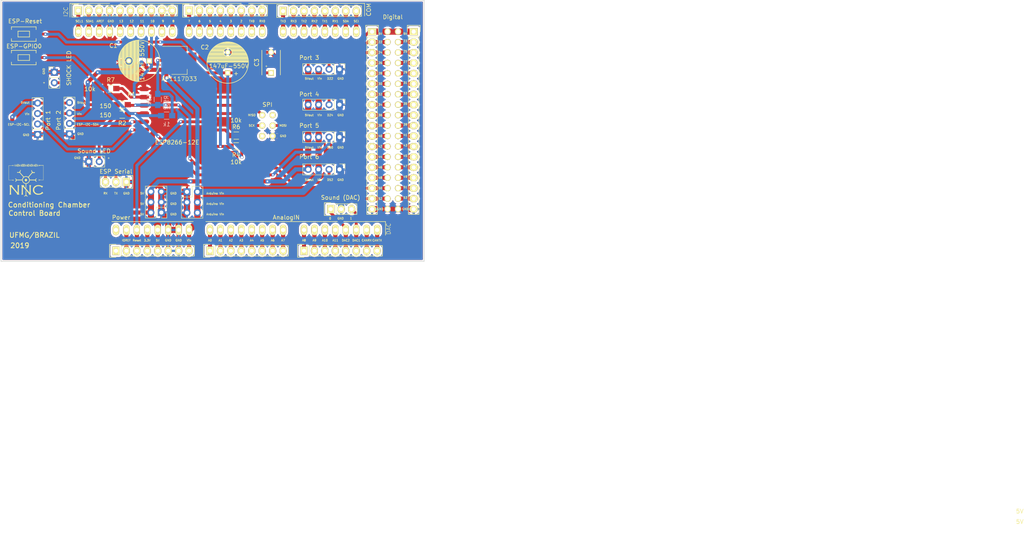
<source format=kicad_pcb>
(kicad_pcb (version 20171130) (host pcbnew "(5.1.2-1)-1")
  (layers (0 F.Cu signal) (31 B.Cu signal) (34 B.Paste user) (35 F.Paste user) (36 B.SilkS user) (37 F.SilkS user) (38 B.Mask user) (39 F.Mask user) (44 Edge.Cuts user))
  (net 0 "")
  (net 1 "Net-(SHIELD1-PadSP2)")
  (net 2 "Net-(SHIELD1-PadSP5)")
  (net 3 "Net-(D1-Pad2)")
  (net 4 "Net-(D2-Pad2)")
  (net 5 /GND)
  (net 6 /ESP12Econfig/VDD3V)
  (net 7 /ESP12Econfig/ESPrst)
  (net 8 /ESP12Econfig/ESPadc)
  (net 9 /ESP12Econfig/ESPchpd)
  (net 10 /ESP_GPIO16)
  (net 11 /ESP_SCK)
  (net 12 /ESP_MISO)
  (net 13 /ESP_MOSI)
  (net 14 /ESP_CS)
  (net 15 /D52)
  (net 16 /D50)
  (net 17 /ESP_I2C_SDA)
  (net 18 /ESP_I2C_SCL)
  (net 19 /ESP_RX)
  (net 20 /ESP_TX)
  (net 21 /5Voutput)
  (net 22 /DAC0)
  (net 23 /DAC1)
  (net 24 /D22)
  (net 25 /D24)
  (net 26 /D26)
  (net 27 /D28)
  (net 28 /D30)
  (net 29 /D32)
  (net 30 /D34)
  (net 31 /D36)
  (net 32 /D38)
  (net 33 /D40)
  (net 34 /D42)
  (net 35 /D44)
  (net 36 /D46)
  (net 37 /D48)
  (net 38 /D23)
  (net 39 /D25)
  (net 40 /D27)
  (net 41 /D29)
  (net 42 /D31)
  (net 43 /D33)
  (net 44 /D35)
  (net 45 /D37)
  (net 46 /D39)
  (net 47 /D41)
  (net 48 /D43)
  (net 49 /D45)
  (net 50 /D47)
  (net 51 /D49)
  (net 52 /D51)
  (net 53 /D53)
  (net 54 "Net-(P7-Pad1)")
  (net 55 "Net-(P7-Pad2)")
  (net 56 "Net-(P7-Pad4)")
  (net 57 "Net-(P8-Pad1)")
  (net 58 "Net-(P8-Pad2)")
  (net 59 "Net-(P8-Pad3)")
  (net 60 "Net-(P8-Pad4)")
  (net 61 "Net-(P8-Pad5)")
  (net 62 "Net-(P8-Pad6)")
  (net 63 "Net-(P8-Pad7)")
  (net 64 "Net-(P8-Pad8)")
  (net 65 "Net-(P9-Pad1)")
  (net 66 "Net-(P9-Pad2)")
  (net 67 "Net-(P9-Pad3)")
  (net 68 "Net-(P9-Pad4)")
  (net 69 "Net-(P9-Pad7)")
  (net 70 "Net-(P9-Pad8)")
  (net 71 "Net-(P10-Pad1)")
  (net 72 "Net-(P10-Pad2)")
  (net 73 "Net-(P10-Pad3)")
  (net 74 "Net-(P10-Pad5)")
  (net 75 "Net-(P10-Pad6)")
  (net 76 "Net-(P10-Pad7)")
  (net 77 "Net-(P10-Pad9)")
  (net 78 "Net-(P10-Pad10)")
  (net 79 "Net-(P11-Pad1)")
  (net 80 "Net-(P11-Pad2)")
  (net 81 "Net-(P11-Pad3)")
  (net 82 "Net-(P11-Pad4)")
  (net 83 "Net-(P11-Pad5)")
  (net 84 "Net-(P11-Pad6)")
  (net 85 "Net-(P11-Pad7)")
  (net 86 "Net-(P11-Pad8)")
  (net 87 "Net-(P12-Pad1)")
  (net 88 "Net-(P12-Pad2)")
  (net 89 "Net-(P12-Pad3)")
  (net 90 "Net-(P12-Pad4)")
  (net 91 "Net-(P12-Pad5)")
  (net 92 "Net-(P12-Pad6)")
  (net 93 "Net-(P12-Pad7)")
  (net 94 "Net-(P12-Pad8)")
  (net 95 /Arduino_Vin)
  (module NNClib:Untitled (layer F.Cu) (at 154.686 90.678)
    (fp_text reference G*** hide)
    (fp_text value LOGO hide)
  )
  (module NNClib:ARDUINO_DUE_SHIELD (layer F.Cu) (at 148.59 105.41)
    (fp_text reference "Control Board" (at 8.128 -6.604) (layer F.SilkS) (effects (font (size 1.2 1.2) (thickness 0.2))))
    (fp_text value "Conditioning Chamber" (at 11.684 -8.636) (layer F.SilkS) (effects (font (size 1.2 1.2) (thickness 0.2))))
    (pad 14 thru_hole oval (at 68.58 -50.8 90) (size 2.54 1.524) (drill 1.016) (layers *.Cu *.Mask F.SilkS) (net 87 "Net-(P12-Pad1)"))
    (pad 15 thru_hole oval (at 71.12 -50.8 90) (size 2.54 1.524) (drill 1.016) (layers *.Cu *.Mask F.SilkS) (net 88 "Net-(P12-Pad2)"))
    (pad 16 thru_hole oval (at 73.66 -50.8 90) (size 2.54 1.524) (drill 1.016) (layers *.Cu *.Mask F.SilkS) (net 89 "Net-(P12-Pad3)"))
    (pad 17 thru_hole oval (at 76.2 -50.8 90) (size 2.54 1.524) (drill 1.016) (layers *.Cu *.Mask F.SilkS) (net 90 "Net-(P12-Pad4)"))
    (pad 18 thru_hole oval (at 78.74 -50.8 90) (size 2.54 1.524) (drill 1.016) (layers *.Cu *.Mask F.SilkS) (net 91 "Net-(P12-Pad5)"))
    (pad 19 thru_hole oval (at 81.28 -50.8 90) (size 2.54 1.524) (drill 1.016) (layers *.Cu *.Mask F.SilkS) (net 92 "Net-(P12-Pad6)"))
    (pad 20 thru_hole oval (at 83.82 -50.8 90) (size 2.54 1.524) (drill 1.016) (layers *.Cu *.Mask F.SilkS) (net 93 "Net-(P12-Pad7)"))
    (pad 21 thru_hole oval (at 86.36 -50.8 90) (size 2.54 1.524) (drill 1.016) (layers *.Cu *.Mask F.SilkS) (net 94 "Net-(P12-Pad8)"))
    (pad C_TX thru_hole oval (at 91.44 -2.54 90) (size 2.54 1.524) (drill 1.016) (layers *.Cu *.Mask F.SilkS) (net 70 "Net-(P9-Pad8)"))
    (pad C_RX thru_hole oval (at 88.9 -2.54 90) (size 2.54 1.524) (drill 1.016) (layers *.Cu *.Mask F.SilkS) (net 69 "Net-(P9-Pad7)"))
    (pad DAC1 thru_hole oval (at 86.36 -2.54 90) (size 2.54 1.524) (drill 1.016) (layers *.Cu *.Mask F.SilkS) (net 23 /DAC1))
    (pad DAC0 thru_hole oval (at 83.82 -2.54 90) (size 2.54 1.524) (drill 1.016) (layers *.Cu *.Mask F.SilkS) (net 22 /DAC0))
    (pad AD8 thru_hole oval (at 73.66 -2.54 90) (size 2.54 1.524) (drill 1.016) (layers *.Cu *.Mask F.SilkS) (net 65 "Net-(P9-Pad1)"))
    (pad AD7 thru_hole oval (at 68.58 -2.54 90) (size 2.54 1.524) (drill 1.016) (layers *.Cu *.Mask F.SilkS) (net 64 "Net-(P8-Pad8)"))
    (pad AD6 thru_hole oval (at 66.04 -2.54 90) (size 2.54 1.524) (drill 1.016) (layers *.Cu *.Mask F.SilkS) (net 63 "Net-(P8-Pad7)"))
    (pad AD9 thru_hole oval (at 76.2 -2.54 90) (size 2.54 1.524) (drill 1.016) (layers *.Cu *.Mask F.SilkS) (net 66 "Net-(P9-Pad2)"))
    (pad AD10 thru_hole oval (at 78.74 -2.54 90) (size 2.54 1.524) (drill 1.016) (layers *.Cu *.Mask F.SilkS) (net 67 "Net-(P9-Pad3)"))
    (pad AD11 thru_hole oval (at 81.28 -2.54 90) (size 2.54 1.524) (drill 1.016) (layers *.Cu *.Mask F.SilkS) (net 68 "Net-(P9-Pad4)"))
    (pad AD5 thru_hole oval (at 63.5 -2.54 90) (size 2.54 1.524) (drill 1.016) (layers *.Cu *.Mask F.SilkS) (net 62 "Net-(P8-Pad6)"))
    (pad AD4 thru_hole oval (at 60.96 -2.54 90) (size 2.54 1.524) (drill 1.016) (layers *.Cu *.Mask F.SilkS) (net 61 "Net-(P8-Pad5)"))
    (pad AD3 thru_hole oval (at 58.42 -2.54 90) (size 2.54 1.524) (drill 1.016) (layers *.Cu *.Mask F.SilkS) (net 60 "Net-(P8-Pad4)"))
    (pad AD0 thru_hole oval (at 50.8 -2.54 90) (size 2.54 1.524) (drill 1.016) (layers *.Cu *.Mask F.SilkS) (net 57 "Net-(P8-Pad1)"))
    (pad AD1 thru_hole oval (at 53.34 -2.54 90) (size 2.54 1.524) (drill 1.016) (layers *.Cu *.Mask F.SilkS) (net 58 "Net-(P8-Pad2)"))
    (pad AD2 thru_hole oval (at 55.88 -2.54 90) (size 2.54 1.524) (drill 1.016) (layers *.Cu *.Mask F.SilkS) (net 59 "Net-(P8-Pad3)"))
    (pad V_IN thru_hole oval (at 45.72 -2.54 90) (size 2.54 1.524) (drill 1.016) (layers *.Cu *.Mask F.SilkS) (net 95 /Arduino_Vin))
    (pad GND2 thru_hole oval (at 43.18 -2.54 90) (size 2.54 1.524) (drill 1.016) (layers *.Cu *.Mask F.SilkS) (net 5 /GND))
    (pad GND1 thru_hole oval (at 40.64 -2.54 90) (size 2.54 1.524) (drill 1.016) (layers *.Cu *.Mask F.SilkS) (net 5 /GND))
    (pad 3V3 thru_hole oval (at 35.56 -2.54 90) (size 2.54 1.524) (drill 1.016) (layers *.Cu *.Mask F.SilkS) (net 56 "Net-(P7-Pad4)"))
    (pad RST thru_hole oval (at 33.02 -2.54 90) (size 2.54 1.524) (drill 1.016) (layers *.Cu *.Mask F.SilkS) (net 10 /ESP_GPIO16))
    (pad 0 thru_hole oval (at 63.5 -50.8 90) (size 2.54 1.524) (drill 1.016) (layers *.Cu *.Mask F.SilkS) (net 86 "Net-(P11-Pad8)"))
    (pad 1 thru_hole oval (at 60.96 -50.8 90) (size 2.54 1.524) (drill 1.016) (layers *.Cu *.Mask F.SilkS) (net 85 "Net-(P11-Pad7)"))
    (pad 2 thru_hole oval (at 58.42 -50.8 90) (size 2.54 1.524) (drill 1.016) (layers *.Cu *.Mask F.SilkS) (net 84 "Net-(P11-Pad6)"))
    (pad 3 thru_hole oval (at 55.88 -50.8 90) (size 2.54 1.524) (drill 1.016) (layers *.Cu *.Mask F.SilkS) (net 83 "Net-(P11-Pad5)"))
    (pad 4 thru_hole oval (at 53.34 -50.8 90) (size 2.54 1.524) (drill 1.016) (layers *.Cu *.Mask F.SilkS) (net 82 "Net-(P11-Pad4)"))
    (pad 5 thru_hole oval (at 50.8 -50.8 90) (size 2.54 1.524) (drill 1.016) (layers *.Cu *.Mask F.SilkS) (net 81 "Net-(P11-Pad3)"))
    (pad 6 thru_hole oval (at 48.26 -50.8 90) (size 2.54 1.524) (drill 1.016) (layers *.Cu *.Mask F.SilkS) (net 80 "Net-(P11-Pad2)"))
    (pad 7 thru_hole oval (at 45.72 -50.8 90) (size 2.54 1.524) (drill 1.016) (layers *.Cu *.Mask F.SilkS) (net 79 "Net-(P11-Pad1)"))
    (pad 8 thru_hole oval (at 41.656 -50.8 90) (size 2.54 1.524) (drill 1.016) (layers *.Cu *.Mask F.SilkS) (net 78 "Net-(P10-Pad10)"))
    (pad 9 thru_hole oval (at 39.116 -50.8 90) (size 2.54 1.524) (drill 1.016) (layers *.Cu *.Mask F.SilkS) (net 77 "Net-(P10-Pad9)"))
    (pad 10 thru_hole oval (at 36.576 -50.8 90) (size 2.54 1.524) (drill 1.016) (layers *.Cu *.Mask F.SilkS) (net 14 /ESP_CS))
    (pad 11 thru_hole oval (at 34.036 -50.8 90) (size 2.54 1.524) (drill 1.016) (layers *.Cu *.Mask F.SilkS) (net 76 "Net-(P10-Pad7)"))
    (pad 12 thru_hole oval (at 31.496 -50.8 90) (size 2.54 1.524) (drill 1.016) (layers *.Cu *.Mask F.SilkS) (net 75 "Net-(P10-Pad6)"))
    (pad 13 thru_hole oval (at 28.956 -50.8 90) (size 2.54 1.524) (drill 1.016) (layers *.Cu *.Mask F.SilkS) (net 74 "Net-(P10-Pad5)"))
    (pad GND3 thru_hole oval (at 26.416 -50.8 90) (size 2.54 1.524) (drill 1.016) (layers *.Cu *.Mask F.SilkS) (net 5 /GND))
    (pad AREF thru_hole oval (at 23.876 -50.8 90) (size 2.54 1.524) (drill 1.016) (layers *.Cu *.Mask F.SilkS) (net 73 "Net-(P10-Pad3)"))
    (pad 5V thru_hole oval (at 38.1 -2.54 90) (size 2.54 1.524) (drill 1.016) (layers *.Cu *.Mask F.SilkS) (net 21 /5Voutput))
    (pad 22 thru_hole circle (at 93.98 -48.26) (size 1.524 1.524) (drill 1.016) (layers *.Cu *.Mask F.SilkS) (net 24 /D22))
    (pad 23 thru_hole circle (at 96.52 -48.26) (size 1.524 1.524) (drill 1.016) (layers *.Cu *.Mask F.SilkS) (net 38 /D23))
    (pad 24 thru_hole circle (at 93.98 -45.72) (size 1.524 1.524) (drill 1.016) (layers *.Cu *.Mask F.SilkS) (net 25 /D24))
    (pad 25 thru_hole circle (at 96.52 -45.72) (size 1.524 1.524) (drill 1.016) (layers *.Cu *.Mask F.SilkS) (net 39 /D25))
    (pad 26 thru_hole circle (at 93.98 -43.18) (size 1.524 1.524) (drill 1.016) (layers *.Cu *.Mask F.SilkS) (net 26 /D26))
    (pad 27 thru_hole circle (at 96.52 -43.18) (size 1.524 1.524) (drill 1.016) (layers *.Cu *.Mask F.SilkS) (net 40 /D27))
    (pad 28 thru_hole circle (at 93.98 -40.64) (size 1.524 1.524) (drill 1.016) (layers *.Cu *.Mask F.SilkS) (net 27 /D28))
    (pad 29 thru_hole circle (at 96.52 -40.64) (size 1.524 1.524) (drill 1.016) (layers *.Cu *.Mask F.SilkS) (net 41 /D29))
    (pad 5V_4 thru_hole circle (at 93.98 -50.8) (size 1.524 1.524) (drill 1.016) (layers *.Cu *.Mask F.SilkS) (net 21 /5Voutput))
    (pad 5V_5 thru_hole circle (at 96.52 -50.8) (size 1.524 1.524) (drill 1.016) (layers *.Cu *.Mask F.SilkS) (net 21 /5Voutput))
    (pad 31 thru_hole circle (at 96.52 -38.1) (size 1.524 1.524) (drill 1.016) (layers *.Cu *.Mask F.SilkS) (net 42 /D31))
    (pad 30 thru_hole circle (at 93.98 -38.1) (size 1.524 1.524) (drill 1.016) (layers *.Cu *.Mask F.SilkS) (net 28 /D30))
    (pad 32 thru_hole circle (at 93.98 -35.56) (size 1.524 1.524) (drill 1.016) (layers *.Cu *.Mask F.SilkS) (net 29 /D32))
    (pad 33 thru_hole circle (at 96.52 -35.56) (size 1.524 1.524) (drill 1.016) (layers *.Cu *.Mask F.SilkS) (net 43 /D33))
    (pad 34 thru_hole circle (at 93.98 -33.02) (size 1.524 1.524) (drill 1.016) (layers *.Cu *.Mask F.SilkS) (net 30 /D34))
    (pad 35 thru_hole circle (at 96.52 -33.02) (size 1.524 1.524) (drill 1.016) (layers *.Cu *.Mask F.SilkS) (net 44 /D35))
    (pad 36 thru_hole circle (at 93.98 -30.48) (size 1.524 1.524) (drill 1.016) (layers *.Cu *.Mask F.SilkS) (net 31 /D36))
    (pad 37 thru_hole circle (at 96.52 -30.48) (size 1.524 1.524) (drill 1.016) (layers *.Cu *.Mask F.SilkS) (net 45 /D37))
    (pad 38 thru_hole circle (at 93.98 -27.94) (size 1.524 1.524) (drill 1.016) (layers *.Cu *.Mask F.SilkS) (net 32 /D38))
    (pad 39 thru_hole circle (at 96.52 -27.94) (size 1.524 1.524) (drill 1.016) (layers *.Cu *.Mask F.SilkS) (net 46 /D39))
    (pad 40 thru_hole circle (at 93.98 -25.4) (size 1.524 1.524) (drill 1.016) (layers *.Cu *.Mask F.SilkS) (net 33 /D40))
    (pad 41 thru_hole circle (at 96.52 -25.4) (size 1.524 1.524) (drill 1.016) (layers *.Cu *.Mask F.SilkS) (net 47 /D41))
    (pad 42 thru_hole circle (at 93.98 -22.86) (size 1.524 1.524) (drill 1.016) (layers *.Cu *.Mask F.SilkS) (net 34 /D42))
    (pad 43 thru_hole circle (at 96.52 -22.86) (size 1.524 1.524) (drill 1.016) (layers *.Cu *.Mask F.SilkS) (net 48 /D43))
    (pad 44 thru_hole circle (at 93.98 -20.32) (size 1.524 1.524) (drill 1.016) (layers *.Cu *.Mask F.SilkS) (net 35 /D44))
    (pad 45 thru_hole circle (at 96.52 -20.32) (size 1.524 1.524) (drill 1.016) (layers *.Cu *.Mask F.SilkS) (net 49 /D45))
    (pad 46 thru_hole circle (at 93.98 -17.78) (size 1.524 1.524) (drill 1.016) (layers *.Cu *.Mask F.SilkS) (net 36 /D46))
    (pad 47 thru_hole circle (at 96.52 -17.78) (size 1.524 1.524) (drill 1.016) (layers *.Cu *.Mask F.SilkS) (net 50 /D47))
    (pad 48 thru_hole circle (at 93.98 -15.24) (size 1.524 1.524) (drill 1.016) (layers *.Cu *.Mask F.SilkS) (net 37 /D48))
    (pad 49 thru_hole circle (at 96.52 -15.24) (size 1.524 1.524) (drill 1.016) (layers *.Cu *.Mask F.SilkS) (net 51 /D49))
    (pad 50 thru_hole circle (at 93.98 -12.7) (size 1.524 1.524) (drill 1.016) (layers *.Cu *.Mask F.SilkS) (net 16 /D50))
    (pad 51 thru_hole circle (at 96.52 -12.7) (size 1.524 1.524) (drill 1.016) (layers *.Cu *.Mask F.SilkS) (net 52 /D51))
    (pad 52 thru_hole circle (at 93.98 -10.16) (size 1.524 1.524) (drill 1.016) (layers *.Cu *.Mask F.SilkS) (net 15 /D52))
    (pad 53 thru_hole circle (at 96.52 -10.16) (size 1.524 1.524) (drill 1.016) (layers *.Cu *.Mask F.SilkS) (net 53 /D53))
    (pad GND4 thru_hole circle (at 93.98 -7.62) (size 1.524 1.524) (drill 1.016) (layers *.Cu *.Mask F.SilkS) (net 5 /GND))
    (pad GND5 thru_hole circle (at 96.52 -7.62) (size 1.524 1.524) (drill 1.016) (layers *.Cu *.Mask F.SilkS) (net 5 /GND))
    (pad SP1 thru_hole circle (at 63.5 -30.48) (size 1.524 1.524) (drill 0.8128) (layers *.Cu *.Mask F.SilkS) (net 12 /ESP_MISO))
    (pad SP2 thru_hole circle (at 66.04 -30.48) (size 1.524 1.524) (drill 0.8128) (layers *.Cu *.Mask F.SilkS) (net 1 "Net-(SHIELD1-PadSP2)"))
    (pad SP3 thru_hole circle (at 63.5 -27.94) (size 1.524 1.524) (drill 0.8128) (layers *.Cu *.Mask F.SilkS) (net 11 /ESP_SCK))
    (pad SP4 thru_hole circle (at 66.04 -27.94) (size 1.524 1.524) (drill 0.8128) (layers *.Cu *.Mask F.SilkS) (net 13 /ESP_MOSI))
    (pad SP5 thru_hole circle (at 63.5 -25.4) (size 1.524 1.524) (drill 0.8128) (layers *.Cu *.Mask F.SilkS) (net 2 "Net-(SHIELD1-PadSP5)"))
    (pad SP6 thru_hole circle (at 66.04 -25.4) (size 1.524 1.524) (drill 0.8128) (layers *.Cu *.Mask F.SilkS) (net 5 /GND))
    (pad IO_R thru_hole oval (at 30.48 -2.54 90) (size 2.54 1.524) (drill 1.016) (layers *.Cu *.Mask F.SilkS) (net 55 "Net-(P7-Pad2)"))
    (pad NC thru_hole oval (at 27.94 -2.54 90) (size 2.54 1.524) (drill 1.016) (layers *.Cu *.Mask F.SilkS))
    (pad SDA1 thru_hole oval (at 21.336 -50.8 90) (size 2.54 1.524) (drill 1.016) (layers *.Cu *.Mask F.SilkS) (net 72 "Net-(P10-Pad2)"))
    (pad SCL1 thru_hole oval (at 18.796 -50.8 90) (size 2.54 1.524) (drill 1.016) (layers *.Cu *.Mask F.SilkS) (net 71 "Net-(P10-Pad1)"))
  )
  (module "" (layer F.Cu) (at 190.5 96.52)
    (fp_text reference "" (at 205.7781 79.9084) (layer F.SilkS) (effects (font (size 1.27 1.27))))
    (fp_text value "" (at 205.7781 79.9084) (layer F.SilkS) (effects (font (size 1.27 1.27))))
    (fp_text user 5V (at 205.7781 77.3684) (layer F.SilkS))
  )
  (module "" (layer F.Cu) (at 190.5 93.98)
    (fp_text reference "" (at 205.7781 79.9084) (layer F.SilkS) (effects (font (size 1.27 1.27))))
    (fp_text value "" (at 205.7781 79.9084) (layer F.SilkS) (effects (font (size 1.27 1.27))))
    (fp_text user 5V (at 205.7781 77.3684) (layer F.SilkS))
  )
  (module Resistors_SMD:R_0805_HandSoldering (layer F.Cu) (at 205.7781 79.9084)
    (fp_text reference R6 (at 0 -2.1) (layer F.SilkS))
    (fp_text value 10k (at -0.0381 6.4516) (layer F.SilkS))
    (pad 1 smd rect (at -1.35 0) (size 1.5 1.3) (layers F.Cu F.Paste F.Mask) (net 9 /ESP12Econfig/ESPchpd))
    (pad 2 smd rect (at 1.35 0) (size 1.5 1.3) (layers F.Cu F.Paste F.Mask) (net 6 /ESP12Econfig/VDD3V))
  )
  (module Capacitors_ThroughHole:C_Radial_D10_L13_P5 (layer F.Cu) (at 184.658 61.722 180)
    (fp_text reference C1 (at 8.763 3.683 180) (layer F.SilkS))
    (fp_text value 147uF-550V (at 1.778 0 270) (layer F.SilkS))
    (pad 1 thru_hole rect (at 0 0 180) (size 1.3 1.3) (drill 0.8) (layers *.Cu *.Mask F.SilkS) (net 95 /Arduino_Vin))
    (pad 2 thru_hole circle (at 5 0 180) (size 1.3 1.3) (drill 0.8) (layers *.Cu *.Mask F.SilkS) (net 5 /GND))
  )
  (module Capacitors_ThroughHole:C_Radial_D10_L13_P5 (layer F.Cu) (at 203.708 64.643 90)
    (fp_text reference C2 (at 6.223 -5.588) (layer F.SilkS))
    (fp_text value 147uF-550V (at 1.651 0.254) (layer F.SilkS))
    (pad 1 thru_hole rect (at 0 0 90) (size 1.3 1.3) (drill 0.8) (layers *.Cu *.Mask F.SilkS) (net 6 /ESP12Econfig/VDD3V))
    (pad 2 thru_hole circle (at 5 0 90) (size 1.3 1.3) (drill 0.8) (layers *.Cu *.Mask F.SilkS) (net 5 /GND))
  )
  (module Capacitors_ThroughHole:C_Disc_D6_P5 (layer F.Cu) (at 214.249 64.643 90)
    (fp_text reference C3 (at 2.5 -3.5 90) (layer F.SilkS))
    (fp_text value C)
    (pad 1 thru_hole rect (at 0 0 90) (size 1.4 1.4) (drill 0.9) (layers *.Cu *.Mask F.SilkS) (net 6 /ESP12Econfig/VDD3V))
    (pad 2 thru_hole circle (at 5 0 90) (size 1.4 1.4) (drill 0.9) (layers *.Cu *.Mask F.SilkS) (net 5 /GND))
  )
  (module NNClib:ESP-12E_noBottomPads (layer F.Cu) (at 199.39 82.55 180)
    (fp_text reference ESP1 hide)
    (fp_text value ESP8266-12E (at 8 1 180) (layer F.SilkS))
    (pad 1 smd rect (at 0 0 180) (size 2.4 1.1) (layers F.Cu F.Paste F.Mask) (net 7 /ESP12Econfig/ESPrst))
    (pad 2 smd oval (at 0 2 180) (size 2.4 1.1) (layers F.Cu F.Paste F.Mask) (net 8 /ESP12Econfig/ESPadc))
    (pad 3 smd oval (at 0 4 180) (size 2.4 1.1) (layers F.Cu F.Paste F.Mask) (net 9 /ESP12Econfig/ESPchpd))
    (pad 4 smd oval (at 0 6 180) (size 2.4 1.1) (layers F.Cu F.Paste F.Mask) (net 10 /ESP_GPIO16))
    (pad 5 smd oval (at 0 8 180) (size 2.4 1.1) (layers F.Cu F.Paste F.Mask) (net 11 /ESP_SCK))
    (pad 6 smd oval (at 0 10 180) (size 2.4 1.1) (layers F.Cu F.Paste F.Mask) (net 12 /ESP_MISO))
    (pad 7 smd oval (at 0 12 180) (size 2.4 1.1) (layers F.Cu F.Paste F.Mask) (net 13 /ESP_MOSI))
    (pad 8 smd oval (at 0 14 180) (size 2.4 1.1) (layers F.Cu F.Paste F.Mask) (net 6 /ESP12Econfig/VDD3V))
    (pad 15 smd oval (at 16 14 180) (size 2.4 1.1) (layers F.Cu F.Paste F.Mask) (net 5 /GND))
    (pad 16 smd oval (at 16 12 180) (size 2.4 1.1) (layers F.Cu F.Paste F.Mask) (net 14 /ESP_CS))
    (pad 17 smd oval (at 16 10 180) (size 2.4 1.1) (layers F.Cu F.Paste F.Mask) (net 15 /D52))
    (pad 18 smd oval (at 16 8 180) (size 2.4 1.1) (layers F.Cu F.Paste F.Mask) (net 16 /D50))
    (pad 19 smd oval (at 16 6 180) (size 2.4 1.1) (layers F.Cu F.Paste F.Mask) (net 17 /ESP_I2C_SDA))
    (pad 20 smd oval (at 16 4 180) (size 2.4 1.1) (layers F.Cu F.Paste F.Mask) (net 18 /ESP_I2C_SCL))
    (pad 21 smd oval (at 16 2 180) (size 2.4 1.1) (layers F.Cu F.Paste F.Mask) (net 19 /ESP_RX))
    (pad 22 smd oval (at 16 0 180) (size 2.4 1.1) (layers F.Cu F.Paste F.Mask) (net 20 /ESP_TX))
  )
  (module Pin_Headers:Pin_Header_Straight_1x03 (layer F.Cu) (at 228.7397 97.8027 90)
    (fp_text reference P3 hide)
    (fp_text value "Sound (DAC)" (at 2.8067 2.4003) (layer F.SilkS))
    (pad 1 thru_hole rect (at 0 0 90) (size 2.032 1.7272) (drill 1.016) (layers *.Cu *.Mask F.SilkS) (net 22 /DAC0))
    (pad 2 thru_hole oval (at 0 2.54 90) (size 2.032 1.7272) (drill 1.016) (layers *.Cu *.Mask F.SilkS) (net 5 /GND))
    (pad 3 thru_hole oval (at 0 5.08 90) (size 2.032 1.7272) (drill 1.016) (layers *.Cu *.Mask F.SilkS) (net 23 /DAC1))
  )
  (module Pin_Headers:Pin_Header_Straight_1x03 (layer F.Cu) (at 179.07 91.186 270)
    (fp_text reference P4 hide)
    (fp_text value "ESP Serial" (at -2.54 2.54 180) (layer F.SilkS))
    (pad 1 thru_hole rect (at 0 0 270) (size 2.032 1.7272) (drill 1.016) (layers *.Cu *.Mask F.SilkS) (net 5 /GND))
    (pad 2 thru_hole oval (at 0 2.54 270) (size 2.032 1.7272) (drill 1.016) (layers *.Cu *.Mask F.SilkS) (net 20 /ESP_TX))
    (pad 3 thru_hole oval (at 0 5.08 270) (size 2.032 1.7272) (drill 1.016) (layers *.Cu *.Mask F.SilkS) (net 19 /ESP_RX))
  )
  (module Pin_Headers:Pin_Header_Straight_1x18 (layer F.Cu) (at 238.7981 54.6227)
    (fp_text reference P5 hide)
    (fp_text value DIG1 hide)
    (pad 1 thru_hole rect (at 0 0) (size 2.032 1.7272) (drill 1.016) (layers *.Cu *.Mask F.SilkS) (net 21 /5Voutput))
    (pad 2 thru_hole oval (at 0 2.54) (size 2.032 1.7272) (drill 1.016) (layers *.Cu *.Mask F.SilkS) (net 24 /D22))
    (pad 3 thru_hole oval (at 0 5.08) (size 2.032 1.7272) (drill 1.016) (layers *.Cu *.Mask F.SilkS) (net 25 /D24))
    (pad 4 thru_hole oval (at 0 7.62) (size 2.032 1.7272) (drill 1.016) (layers *.Cu *.Mask F.SilkS) (net 26 /D26))
    (pad 5 thru_hole oval (at 0 10.16) (size 2.032 1.7272) (drill 1.016) (layers *.Cu *.Mask F.SilkS) (net 27 /D28))
    (pad 6 thru_hole oval (at 0 12.7) (size 2.032 1.7272) (drill 1.016) (layers *.Cu *.Mask F.SilkS) (net 28 /D30))
    (pad 7 thru_hole oval (at 0 15.24) (size 2.032 1.7272) (drill 1.016) (layers *.Cu *.Mask F.SilkS) (net 29 /D32))
    (pad 8 thru_hole oval (at 0 17.78) (size 2.032 1.7272) (drill 1.016) (layers *.Cu *.Mask F.SilkS) (net 30 /D34))
    (pad 9 thru_hole oval (at 0 20.32) (size 2.032 1.7272) (drill 1.016) (layers *.Cu *.Mask F.SilkS) (net 31 /D36))
    (pad 10 thru_hole oval (at 0 22.86) (size 2.032 1.7272) (drill 1.016) (layers *.Cu *.Mask F.SilkS) (net 32 /D38))
    (pad 11 thru_hole oval (at 0 25.4) (size 2.032 1.7272) (drill 1.016) (layers *.Cu *.Mask F.SilkS) (net 33 /D40))
    (pad 12 thru_hole oval (at 0 27.94) (size 2.032 1.7272) (drill 1.016) (layers *.Cu *.Mask F.SilkS) (net 34 /D42))
    (pad 13 thru_hole oval (at 0 30.48) (size 2.032 1.7272) (drill 1.016) (layers *.Cu *.Mask F.SilkS) (net 35 /D44))
    (pad 14 thru_hole oval (at 0 33.02) (size 2.032 1.7272) (drill 1.016) (layers *.Cu *.Mask F.SilkS) (net 36 /D46))
    (pad 15 thru_hole oval (at 0 35.56) (size 2.032 1.7272) (drill 1.016) (layers *.Cu *.Mask F.SilkS) (net 37 /D48))
    (pad 16 thru_hole oval (at 0 38.1) (size 2.032 1.7272) (drill 1.016) (layers *.Cu *.Mask F.SilkS) (net 16 /D50))
    (pad 17 thru_hole oval (at 0 40.64) (size 2.032 1.7272) (drill 1.016) (layers *.Cu *.Mask F.SilkS) (net 15 /D52))
    (pad 18 thru_hole oval (at 0 43.18) (size 2.032 1.7272) (drill 1.016) (layers *.Cu *.Mask F.SilkS) (net 5 /GND))
  )
  (module Pin_Headers:Pin_Header_Straight_1x18 (layer F.Cu) (at 248.92 54.6227)
    (fp_text reference P6 hide)
    (fp_text value DIG2)
    (pad 1 thru_hole rect (at 0 0) (size 2.032 1.7272) (drill 1.016) (layers *.Cu *.Mask F.SilkS) (net 21 /5Voutput))
    (pad 2 thru_hole oval (at 0 2.54) (size 2.032 1.7272) (drill 1.016) (layers *.Cu *.Mask F.SilkS) (net 38 /D23))
    (pad 3 thru_hole oval (at 0 5.08) (size 2.032 1.7272) (drill 1.016) (layers *.Cu *.Mask F.SilkS) (net 39 /D25))
    (pad 4 thru_hole oval (at 0 7.62) (size 2.032 1.7272) (drill 1.016) (layers *.Cu *.Mask F.SilkS) (net 40 /D27))
    (pad 5 thru_hole oval (at 0 10.16) (size 2.032 1.7272) (drill 1.016) (layers *.Cu *.Mask F.SilkS) (net 41 /D29))
    (pad 6 thru_hole oval (at 0 12.7) (size 2.032 1.7272) (drill 1.016) (layers *.Cu *.Mask F.SilkS) (net 42 /D31))
    (pad 7 thru_hole oval (at 0 15.24) (size 2.032 1.7272) (drill 1.016) (layers *.Cu *.Mask F.SilkS) (net 43 /D33))
    (pad 8 thru_hole oval (at 0 17.78) (size 2.032 1.7272) (drill 1.016) (layers *.Cu *.Mask F.SilkS) (net 44 /D35))
    (pad 9 thru_hole oval (at 0 20.32) (size 2.032 1.7272) (drill 1.016) (layers *.Cu *.Mask F.SilkS) (net 45 /D37))
    (pad 10 thru_hole oval (at 0 22.86) (size 2.032 1.7272) (drill 1.016) (layers *.Cu *.Mask F.SilkS) (net 46 /D39))
    (pad 11 thru_hole oval (at 0 25.4) (size 2.032 1.7272) (drill 1.016) (layers *.Cu *.Mask F.SilkS) (net 47 /D41))
    (pad 12 thru_hole oval (at 0 27.94) (size 2.032 1.7272) (drill 1.016) (layers *.Cu *.Mask F.SilkS) (net 48 /D43))
    (pad 13 thru_hole oval (at 0 30.48) (size 2.032 1.7272) (drill 1.016) (layers *.Cu *.Mask F.SilkS) (net 49 /D45))
    (pad 14 thru_hole oval (at 0 33.02) (size 2.032 1.7272) (drill 1.016) (layers *.Cu *.Mask F.SilkS) (net 50 /D47))
    (pad 15 thru_hole oval (at 0 35.56) (size 2.032 1.7272) (drill 1.016) (layers *.Cu *.Mask F.SilkS) (net 51 /D49))
    (pad 16 thru_hole oval (at 0 38.1) (size 2.032 1.7272) (drill 1.016) (layers *.Cu *.Mask F.SilkS) (net 52 /D51))
    (pad 17 thru_hole oval (at 0 40.64) (size 2.032 1.7272) (drill 1.016) (layers *.Cu *.Mask F.SilkS) (net 53 /D53))
    (pad 18 thru_hole oval (at 0 43.18) (size 2.032 1.7272) (drill 1.016) (layers *.Cu *.Mask F.SilkS) (net 5 /GND))
  )
  (module Pin_Headers:Pin_Header_Straight_1x08 (layer F.Cu) (at 176.53 107.95 90)
    (fp_text reference P7 hide)
    (fp_text value Power (at 8.128 1.27) (layer F.SilkS))
    (pad 1 thru_hole rect (at 0 0 90) (size 2.032 1.7272) (drill 1.016) (layers *.Cu *.Mask F.SilkS) (net 54 "Net-(P7-Pad1)"))
    (pad 2 thru_hole oval (at 0 2.54 90) (size 2.032 1.7272) (drill 1.016) (layers *.Cu *.Mask F.SilkS) (net 55 "Net-(P7-Pad2)"))
    (pad 3 thru_hole oval (at 0 5.08 90) (size 2.032 1.7272) (drill 1.016) (layers *.Cu *.Mask F.SilkS) (net 10 /ESP_GPIO16))
    (pad 4 thru_hole oval (at 0 7.62 90) (size 2.032 1.7272) (drill 1.016) (layers *.Cu *.Mask F.SilkS) (net 56 "Net-(P7-Pad4)"))
    (pad 5 thru_hole oval (at 0 10.16 90) (size 2.032 1.7272) (drill 1.016) (layers *.Cu *.Mask F.SilkS) (net 21 /5Voutput))
    (pad 6 thru_hole oval (at 0 12.7 90) (size 2.032 1.7272) (drill 1.016) (layers *.Cu *.Mask F.SilkS) (net 5 /GND))
    (pad 7 thru_hole oval (at 0 15.24 90) (size 2.032 1.7272) (drill 1.016) (layers *.Cu *.Mask F.SilkS) (net 5 /GND))
    (pad 8 thru_hole oval (at 0 17.78 90) (size 2.032 1.7272) (drill 1.016) (layers *.Cu *.Mask F.SilkS) (net 95 /Arduino_Vin))
  )
  (module Pin_Headers:Pin_Header_Straight_1x08 (layer F.Cu) (at 199.39 107.95 90)
    (fp_text reference P8 (at 0 -5.1 90) (layer F.SilkS))
    (fp_text value AnalogIN (at 8.128 18.542) (layer F.SilkS))
    (pad 1 thru_hole rect (at 0 0 90) (size 2.032 1.7272) (drill 1.016) (layers *.Cu *.Mask F.SilkS) (net 57 "Net-(P8-Pad1)"))
    (pad 2 thru_hole oval (at 0 2.54 90) (size 2.032 1.7272) (drill 1.016) (layers *.Cu *.Mask F.SilkS) (net 58 "Net-(P8-Pad2)"))
    (pad 3 thru_hole oval (at 0 5.08 90) (size 2.032 1.7272) (drill 1.016) (layers *.Cu *.Mask F.SilkS) (net 59 "Net-(P8-Pad3)"))
    (pad 4 thru_hole oval (at 0 7.62 90) (size 2.032 1.7272) (drill 1.016) (layers *.Cu *.Mask F.SilkS) (net 60 "Net-(P8-Pad4)"))
    (pad 5 thru_hole oval (at 0 10.16 90) (size 2.032 1.7272) (drill 1.016) (layers *.Cu *.Mask F.SilkS) (net 61 "Net-(P8-Pad5)"))
    (pad 6 thru_hole oval (at 0 12.7 90) (size 2.032 1.7272) (drill 1.016) (layers *.Cu *.Mask F.SilkS) (net 62 "Net-(P8-Pad6)"))
    (pad 7 thru_hole oval (at 0 15.24 90) (size 2.032 1.7272) (drill 1.016) (layers *.Cu *.Mask F.SilkS) (net 63 "Net-(P8-Pad7)"))
    (pad 8 thru_hole oval (at 0 17.78 90) (size 2.032 1.7272) (drill 1.016) (layers *.Cu *.Mask F.SilkS) (net 64 "Net-(P8-Pad8)"))
  )
  (module Pin_Headers:Pin_Header_Straight_1x08 (layer F.Cu) (at 222.25 107.95 90)
    (fp_text reference P9 (at 0 -5.1 90) (layer F.SilkS))
    (fp_text value DAC (at 5.334 20.574 -90) (layer F.SilkS) (effects (font (thickness 0.1))))
    (pad 1 thru_hole rect (at 0 0 90) (size 2.032 1.7272) (drill 1.016) (layers *.Cu *.Mask F.SilkS) (net 65 "Net-(P9-Pad1)"))
    (pad 2 thru_hole oval (at 0 2.54 90) (size 2.032 1.7272) (drill 1.016) (layers *.Cu *.Mask F.SilkS) (net 66 "Net-(P9-Pad2)"))
    (pad 3 thru_hole oval (at 0 5.08 90) (size 2.032 1.7272) (drill 1.016) (layers *.Cu *.Mask F.SilkS) (net 67 "Net-(P9-Pad3)"))
    (pad 4 thru_hole oval (at 0 7.62 90) (size 2.032 1.7272) (drill 1.016) (layers *.Cu *.Mask F.SilkS) (net 68 "Net-(P9-Pad4)"))
    (pad 5 thru_hole oval (at 0 10.16 90) (size 2.032 1.7272) (drill 1.016) (layers *.Cu *.Mask F.SilkS) (net 22 /DAC0))
    (pad 6 thru_hole oval (at 0 12.7 90) (size 2.032 1.7272) (drill 1.016) (layers *.Cu *.Mask F.SilkS) (net 23 /DAC1))
    (pad 7 thru_hole oval (at 0 15.24 90) (size 2.032 1.7272) (drill 1.016) (layers *.Cu *.Mask F.SilkS) (net 69 "Net-(P9-Pad7)"))
    (pad 8 thru_hole oval (at 0 17.78 90) (size 2.032 1.7272) (drill 1.016) (layers *.Cu *.Mask F.SilkS) (net 70 "Net-(P9-Pad8)"))
  )
  (module Pin_Headers:Pin_Header_Straight_1x10 (layer F.Cu) (at 167.3606 49.5046 90)
    (fp_text reference I2C (at -0.2794 -3.0226 90) (layer F.SilkS) (effects (font (thickness 0.1))))
    (fp_text value PWM2 hide)
    (pad 1 thru_hole rect (at 0 0 90) (size 2.032 1.7272) (drill 1.016) (layers *.Cu *.Mask F.SilkS) (net 71 "Net-(P10-Pad1)"))
    (pad 2 thru_hole oval (at 0 2.54 90) (size 2.032 1.7272) (drill 1.016) (layers *.Cu *.Mask F.SilkS) (net 72 "Net-(P10-Pad2)"))
    (pad 3 thru_hole oval (at 0 5.08 90) (size 2.032 1.7272) (drill 1.016) (layers *.Cu *.Mask F.SilkS) (net 73 "Net-(P10-Pad3)"))
    (pad 4 thru_hole oval (at 0 7.62 90) (size 2.032 1.7272) (drill 1.016) (layers *.Cu *.Mask F.SilkS) (net 5 /GND))
    (pad 5 thru_hole oval (at 0 10.16 90) (size 2.032 1.7272) (drill 1.016) (layers *.Cu *.Mask F.SilkS) (net 74 "Net-(P10-Pad5)"))
    (pad 6 thru_hole oval (at 0 12.7 90) (size 2.032 1.7272) (drill 1.016) (layers *.Cu *.Mask F.SilkS) (net 75 "Net-(P10-Pad6)"))
    (pad 7 thru_hole oval (at 0 15.24 90) (size 2.032 1.7272) (drill 1.016) (layers *.Cu *.Mask F.SilkS) (net 76 "Net-(P10-Pad7)"))
    (pad 8 thru_hole oval (at 0 17.78 90) (size 2.032 1.7272) (drill 1.016) (layers *.Cu *.Mask F.SilkS) (net 14 /ESP_CS))
    (pad 9 thru_hole oval (at 0 20.32 90) (size 2.032 1.7272) (drill 1.016) (layers *.Cu *.Mask F.SilkS) (net 77 "Net-(P10-Pad9)"))
    (pad 10 thru_hole oval (at 0 22.86 90) (size 2.032 1.7272) (drill 1.016) (layers *.Cu *.Mask F.SilkS) (net 78 "Net-(P10-Pad10)"))
  )
  (module Pin_Headers:Pin_Header_Straight_1x08 (layer F.Cu) (at 194.2973 49.5046 90)
    (fp_text reference P11 (at 0 -5.1 90) (layer F.SilkS))
    (fp_text value PWM1)
    (pad 1 thru_hole rect (at 0 0 90) (size 2.032 1.7272) (drill 1.016) (layers *.Cu *.Mask F.SilkS) (net 79 "Net-(P11-Pad1)"))
    (pad 2 thru_hole oval (at 0 2.54 90) (size 2.032 1.7272) (drill 1.016) (layers *.Cu *.Mask F.SilkS) (net 80 "Net-(P11-Pad2)"))
    (pad 3 thru_hole oval (at 0 5.08 90) (size 2.032 1.7272) (drill 1.016) (layers *.Cu *.Mask F.SilkS) (net 81 "Net-(P11-Pad3)"))
    (pad 4 thru_hole oval (at 0 7.62 90) (size 2.032 1.7272) (drill 1.016) (layers *.Cu *.Mask F.SilkS) (net 82 "Net-(P11-Pad4)"))
    (pad 5 thru_hole oval (at 0 10.16 90) (size 2.032 1.7272) (drill 1.016) (layers *.Cu *.Mask F.SilkS) (net 83 "Net-(P11-Pad5)"))
    (pad 6 thru_hole oval (at 0 12.7 90) (size 2.032 1.7272) (drill 1.016) (layers *.Cu *.Mask F.SilkS) (net 84 "Net-(P11-Pad6)"))
    (pad 7 thru_hole oval (at 0 15.24 90) (size 2.032 1.7272) (drill 1.016) (layers *.Cu *.Mask F.SilkS) (net 85 "Net-(P11-Pad7)"))
    (pad 8 thru_hole oval (at 0 17.78 90) (size 2.032 1.7272) (drill 1.016) (layers *.Cu *.Mask F.SilkS) (net 86 "Net-(P11-Pad8)"))
  )
  (module Pin_Headers:Pin_Header_Straight_1x08 (layer F.Cu) (at 217.17 49.6062 90)
    (fp_text reference P12 (at 0 -5.1 90) (layer F.SilkS))
    (fp_text value COM (at 0.3302 20.828 -90) (layer F.SilkS))
    (pad 1 thru_hole rect (at 0 0 90) (size 2.032 1.7272) (drill 1.016) (layers *.Cu *.Mask F.SilkS) (net 87 "Net-(P12-Pad1)"))
    (pad 2 thru_hole oval (at 0 2.54 90) (size 2.032 1.7272) (drill 1.016) (layers *.Cu *.Mask F.SilkS) (net 88 "Net-(P12-Pad2)"))
    (pad 3 thru_hole oval (at 0 5.08 90) (size 2.032 1.7272) (drill 1.016) (layers *.Cu *.Mask F.SilkS) (net 89 "Net-(P12-Pad3)"))
    (pad 4 thru_hole oval (at 0 7.62 90) (size 2.032 1.7272) (drill 1.016) (layers *.Cu *.Mask F.SilkS) (net 90 "Net-(P12-Pad4)"))
    (pad 5 thru_hole oval (at 0 10.16 90) (size 2.032 1.7272) (drill 1.016) (layers *.Cu *.Mask F.SilkS) (net 91 "Net-(P12-Pad5)"))
    (pad 6 thru_hole oval (at 0 12.7 90) (size 2.032 1.7272) (drill 1.016) (layers *.Cu *.Mask F.SilkS) (net 92 "Net-(P12-Pad6)"))
    (pad 7 thru_hole oval (at 0 15.24 90) (size 2.032 1.7272) (drill 1.016) (layers *.Cu *.Mask F.SilkS) (net 93 "Net-(P12-Pad7)"))
    (pad 8 thru_hole oval (at 0 17.78 90) (size 2.032 1.7272) (drill 1.016) (layers *.Cu *.Mask F.SilkS) (net 94 "Net-(P12-Pad8)"))
  )
  (module Resistors_SMD:R_0805_HandSoldering (layer F.Cu) (at 178.054 72.39 180)
    (fp_text reference R1 (at -2.286 2.54 180) (layer F.SilkS))
    (fp_text value 150 (at 4.064 -2.54 180) (layer F.SilkS))
    (pad 1 smd rect (at -1.35 0 180) (size 1.5 1.3) (layers F.Cu F.Paste F.Mask) (net 15 /D52))
    (pad 2 smd rect (at 1.35 0 180) (size 1.5 1.3) (layers F.Cu F.Paste F.Mask) (net 3 "Net-(D1-Pad2)"))
  )
  (module Resistors_SMD:R_0805_HandSoldering (layer F.Cu) (at 178.054 74.803 180)
    (fp_text reference R2 (at 0 -2.1 180) (layer F.SilkS))
    (fp_text value 150 (at 4.064 2.1 180) (layer F.SilkS))
    (pad 1 smd rect (at -1.35 0 180) (size 1.5 1.3) (layers F.Cu F.Paste F.Mask) (net 16 /D50))
    (pad 2 smd rect (at 1.35 0 180) (size 1.5 1.3) (layers F.Cu F.Paste F.Mask) (net 4 "Net-(D2-Pad2)"))
  )
  (module Resistors_SMD:R_0805_HandSoldering (layer B.Cu) (at 188.849 75.057 180)
    (fp_text reference R3 (at 0 2.1 180) (layer B.SilkS) (effects (justify mirror)))
    (fp_text value 1k (at 0 -2.1 180) (layer B.SilkS) (effects (justify mirror)))
    (pad 1 smd rect (at -1.35 0 180) (size 1.5 1.3) (layers B.Cu B.Paste B.Mask) (net 6 /ESP12Econfig/VDD3V))
    (pad 2 smd rect (at 1.35 0 180) (size 1.5 1.3) (layers B.Cu B.Paste B.Mask) (net 16 /D50))
  )
  (module Resistors_SMD:R_0805_HandSoldering (layer F.Cu) (at 205.7527 82.5119 180)
    (fp_text reference R4 (at 0 -2.1 180) (layer F.SilkS))
    (fp_text value 10k (at 0.0127 6.3119 180) (layer F.SilkS))
    (pad 1 smd rect (at -1.35 0 180) (size 1.5 1.3) (layers F.Cu F.Paste F.Mask) (net 6 /ESP12Econfig/VDD3V))
    (pad 2 smd rect (at 1.35 0 180) (size 1.5 1.3) (layers F.Cu F.Paste F.Mask) (net 7 /ESP12Econfig/ESPrst))
  )
  (module Resistors_SMD:R_0805_HandSoldering (layer B.Cu) (at 186.69 71.12 90)
    (fp_text reference R5 (at 0 2.1 90) (layer B.SilkS) (effects (justify mirror)))
    (fp_text value 10k (at 0 -2.1 90) (layer B.SilkS) (effects (justify mirror)))
    (pad 1 smd rect (at -1.35 0 90) (size 1.5 1.3) (layers B.Cu B.Paste B.Mask) (net 15 /D52))
    (pad 2 smd rect (at 1.35 0 90) (size 1.5 1.3) (layers B.Cu B.Paste B.Mask) (net 6 /ESP12Econfig/VDD3V))
  )
  (module Resistors_SMD:R_0805_HandSoldering (layer F.Cu) (at 175.26 68.453)
    (fp_text reference R7 (at 0 -2.1) (layer F.SilkS))
    (fp_text value 10k (at -5.08 0.127) (layer F.SilkS))
    (pad 1 smd rect (at -1.35 0) (size 1.5 1.3) (layers F.Cu F.Paste F.Mask) (net 5 /GND))
    (pad 2 smd rect (at 1.35 0) (size 1.5 1.3) (layers F.Cu F.Paste F.Mask) (net 14 /ESP_CS))
  )
  (module Buttons_Switches_SMD:SW_SPST_EVQPE1 (layer F.Cu) (at 154.1145 60.9219 180)
    (fp_text reference ESP-GPIO0 (at -0.0635 2.7559 180) (layer F.SilkS))
    (fp_text value 2)
    (pad 2 smd rect (at 2.7 0 180) (size 2 1.6) (layers F.Cu F.Paste F.Mask) (net 5 /GND))
    (pad 1 smd rect (at -2.7 0 180) (size 2 1.6) (layers F.Cu F.Paste F.Mask) (net 16 /D50))
  )
  (module Buttons_Switches_SMD:SW_SPST_EVQPE1 (layer F.Cu) (at 154.1145 55.2069 180)
    (fp_text reference ESP-Reset (at -0.3175 3.1369 180) (layer F.SilkS))
    (fp_text value 1 hide)
    (pad 2 smd rect (at 2.7 0 180) (size 2 1.6) (layers F.Cu F.Paste F.Mask) (net 5 /GND))
    (pad 1 smd rect (at -2.7 0 180) (size 2 1.6) (layers F.Cu F.Paste F.Mask) (net 7 /ESP12Econfig/ESPrst))
  )
  (module Pin_Headers:Pin_Header_Straight_1x02_Pitch2.54mm (layer F.Cu) (at 161.544 64.516)
    (fp_text reference D1 hide)
    (fp_text value "SHOCK LED" (at 3.556 -1.016 90) (layer F.SilkS))
    (pad 1 thru_hole rect (at 0 0) (size 1.7 1.7) (drill 1) (layers *.Cu *.Mask) (net 5 /GND))
    (pad 2 thru_hole oval (at 0 2.54) (size 1.7 1.7) (drill 1) (layers *.Cu *.Mask) (net 3 "Net-(D1-Pad2)"))
  )
  (module Pin_Headers:Pin_Header_Straight_1x02_Pitch2.54mm (layer F.Cu) (at 169.926 86.233 90)
    (fp_text reference D2 hide)
    (fp_text value "Sound LED" (at 2.54 1.27 180) (layer F.SilkS))
    (pad 1 thru_hole rect (at 0 0 90) (size 1.7 1.7) (drill 1) (layers *.Cu *.Mask) (net 5 /GND))
    (pad 2 thru_hole oval (at 0 2.54 90) (size 1.7 1.7) (drill 1) (layers *.Cu *.Mask) (net 4 "Net-(D2-Pad2)"))
  )
  (module Pin_Headers:Pin_Header_Straight_1x04_Pitch2.54mm (layer F.Cu) (at 230.886 88.138 270)
    (fp_text reference J1 hide)
    (fp_text value "Port 6" (at -3.048 7.366 180) (layer F.SilkS))
    (pad 1 thru_hole rect (at 0 0 270) (size 1.7 1.7) (drill 1) (layers *.Cu *.Mask) (net 5 /GND))
    (pad 2 thru_hole oval (at 0 2.54 270) (size 1.7 1.7) (drill 1) (layers *.Cu *.Mask) (net 15 /D52))
    (pad 3 thru_hole oval (at 0 5.08 270) (size 1.7 1.7) (drill 1) (layers *.Cu *.Mask) (net 95 /Arduino_Vin))
    (pad 4 thru_hole oval (at 0 7.62 270) (size 1.7 1.7) (drill 1) (layers *.Cu *.Mask) (net 21 /5Voutput))
  )
  (module Pin_Headers:Pin_Header_Straight_1x04_Pitch2.54mm (layer F.Cu) (at 165.227 79.502 180)
    (fp_text reference J2 hide)
    (fp_text value "Port 2" (at 2.667 3.302 270) (layer F.SilkS))
    (pad 1 thru_hole rect (at 0 0 180) (size 1.7 1.7) (drill 1) (layers *.Cu *.Mask) (net 5 /GND))
    (pad 2 thru_hole oval (at 0 2.54 180) (size 1.7 1.7) (drill 1) (layers *.Cu *.Mask) (net 17 /ESP_I2C_SDA))
    (pad 3 thru_hole oval (at 0 5.08 180) (size 1.7 1.7) (drill 1) (layers *.Cu *.Mask) (net 95 /Arduino_Vin))
    (pad 4 thru_hole oval (at 0 7.62 180) (size 1.7 1.7) (drill 1) (layers *.Cu *.Mask) (net 21 /5Voutput))
  )
  (module Pin_Headers:Pin_Header_Straight_1x04_Pitch2.54mm (layer F.Cu) (at 230.886 63.754 270)
    (fp_text reference J3 hide)
    (fp_text value "Port 3" (at -2.794 7.366 180) (layer F.SilkS))
    (pad 1 thru_hole rect (at 0 0 270) (size 1.7 1.7) (drill 1) (layers *.Cu *.Mask) (net 5 /GND))
    (pad 2 thru_hole oval (at 0 2.54 270) (size 1.7 1.7) (drill 1) (layers *.Cu *.Mask) (net 24 /D22))
    (pad 3 thru_hole oval (at 0 5.08 270) (size 1.7 1.7) (drill 1) (layers *.Cu *.Mask) (net 95 /Arduino_Vin))
    (pad 4 thru_hole oval (at 0 7.62 270) (size 1.7 1.7) (drill 1) (layers *.Cu *.Mask) (net 21 /5Voutput))
  )
  (module Pin_Headers:Pin_Header_Straight_1x04_Pitch2.54mm (layer F.Cu) (at 230.886 72.39 270)
    (fp_text reference J4 hide)
    (fp_text value "Port 4" (at -2.54 7.366 180) (layer F.SilkS))
    (pad 1 thru_hole rect (at 0 0 270) (size 1.7 1.7) (drill 1) (layers *.Cu *.Mask) (net 5 /GND))
    (pad 2 thru_hole oval (at 0 2.54 270) (size 1.7 1.7) (drill 1) (layers *.Cu *.Mask) (net 25 /D24))
    (pad 3 thru_hole oval (at 0 5.08 270) (size 1.7 1.7) (drill 1) (layers *.Cu *.Mask) (net 95 /Arduino_Vin))
    (pad 4 thru_hole oval (at 0 7.62 270) (size 1.7 1.7) (drill 1) (layers *.Cu *.Mask) (net 21 /5Voutput))
  )
  (module Pin_Headers:Pin_Header_Straight_1x04_Pitch2.54mm (layer F.Cu) (at 230.886 80.264 270)
    (fp_text reference J5 hide)
    (fp_text value "Port 5" (at -2.794 7.366 180) (layer F.SilkS))
    (pad 1 thru_hole rect (at 0 0 270) (size 1.7 1.7) (drill 1) (layers *.Cu *.Mask) (net 5 /GND))
    (pad 2 thru_hole oval (at 0 2.54 270) (size 1.7 1.7) (drill 1) (layers *.Cu *.Mask) (net 16 /D50))
    (pad 3 thru_hole oval (at 0 5.08 270) (size 1.7 1.7) (drill 1) (layers *.Cu *.Mask) (net 95 /Arduino_Vin))
    (pad 4 thru_hole oval (at 0 7.62 270) (size 1.7 1.7) (drill 1) (layers *.Cu *.Mask) (net 21 /5Voutput))
  )
  (module Pin_Headers:Pin_Header_Straight_1x04_Pitch2.54mm (layer F.Cu) (at 157.48 79.629 180)
    (fp_text reference J6 hide)
    (fp_text value "Port 1" (at -2.54 3.429 270) (layer F.SilkS))
    (pad 1 thru_hole rect (at 0 0 180) (size 1.7 1.7) (drill 1) (layers *.Cu *.Mask) (net 5 /GND))
    (pad 2 thru_hole oval (at 0 2.54 180) (size 1.7 1.7) (drill 1) (layers *.Cu *.Mask) (net 18 /ESP_I2C_SCL))
    (pad 3 thru_hole oval (at 0 5.08 180) (size 1.7 1.7) (drill 1) (layers *.Cu *.Mask) (net 95 /Arduino_Vin))
    (pad 4 thru_hole oval (at 0 7.62 180) (size 1.7 1.7) (drill 1) (layers *.Cu *.Mask) (net 21 /5Voutput))
  )
  (module TO_SOT_Packages_SMD:SOT-223-3_TabPin2 (layer F.Cu) (at 191.9351 61.6077)
    (fp_text reference U1 hide)
    (fp_text value AP1117D33 (at 0 4.5) (layer F.SilkS) (effects (font (thickness 0.125))))
    (pad 2 smd rect (at 3.15 0) (size 2 3.8) (layers F.Cu F.Paste F.Mask) (net 6 /ESP12Econfig/VDD3V))
    (pad 2 smd rect (at -3.15 0) (size 2 1.5) (layers F.Cu F.Paste F.Mask) (net 6 /ESP12Econfig/VDD3V))
    (pad 3 smd rect (at -3.15 2.3) (size 2 1.5) (layers F.Cu F.Paste F.Mask) (net 95 /Arduino_Vin))
    (pad 1 smd rect (at -3.15 -2.3) (size 2 1.5) (layers F.Cu F.Paste F.Mask) (net 5 /GND))
  )
  (module Pin_Headers:Pin_Header_Straight_2x03_Pitch2.54mm (layer F.Cu) (at 193.7893 93.599)
    (fp_text reference J7 hide)
    (fp_text value "Arduino Vin" (at 6.8707 0.381) (layer F.SilkS) (effects (font (size 0.5 0.5) (thickness 0.1))))
    (pad 1 thru_hole rect (at 0 0) (size 1.7 1.7) (drill 1) (layers *.Cu *.Mask) (net 5 /GND))
    (pad 2 thru_hole oval (at 2.54 0) (size 1.7 1.7) (drill 1) (layers *.Cu *.Mask) (net 95 /Arduino_Vin))
    (pad 3 thru_hole oval (at 0 2.54) (size 1.7 1.7) (drill 1) (layers *.Cu *.Mask) (net 5 /GND))
    (pad 4 thru_hole oval (at 2.54 2.54) (size 1.7 1.7) (drill 1) (layers *.Cu *.Mask) (net 95 /Arduino_Vin))
    (pad 5 thru_hole oval (at 0 5.08) (size 1.7 1.7) (drill 1) (layers *.Cu *.Mask) (net 5 /GND))
    (pad 6 thru_hole oval (at 2.54 5.08) (size 1.7 1.7) (drill 1) (layers *.Cu *.Mask) (net 95 /Arduino_Vin))
  )
  (module Pin_Headers:Pin_Header_Straight_2x03_Pitch2.54mm (layer F.Cu) (at 187.5663 98.6409 180)
    (fp_text reference J8 hide)
    (fp_text value 5V (at 4.6863 2.1209 180) (layer F.SilkS) (effects (font (size 0.5 0.5) (thickness 0.1))))
    (pad 1 thru_hole rect (at 0 0 180) (size 1.7 1.7) (drill 1) (layers *.Cu *.Mask) (net 5 /GND))
    (pad 2 thru_hole oval (at 2.54 0 180) (size 1.7 1.7) (drill 1) (layers *.Cu *.Mask) (net 21 /5Voutput))
    (pad 3 thru_hole oval (at 0 2.54 180) (size 1.7 1.7) (drill 1) (layers *.Cu *.Mask) (net 5 /GND))
    (pad 4 thru_hole oval (at 2.54 2.54 180) (size 1.7 1.7) (drill 1) (layers *.Cu *.Mask) (net 21 /5Voutput))
    (pad 5 thru_hole oval (at 0 5.08 180) (size 1.7 1.7) (drill 1) (layers *.Cu *.Mask) (net 5 /GND))
    (pad 6 thru_hole oval (at 2.54 5.08 180) (size 1.7 1.7) (drill 1) (layers *.Cu *.Mask) (net 21 /5Voutput))
  )
  (gr_line (start 165.354 47.752) (end 165.354 51.054) (layer F.SilkS) (width 0.15))
  (gr_line (start 167.386 47.752) (end 165.354 47.752) (layer F.SilkS) (width 0.15))
  (gr_text Digital (at 243.84 51.054) (layer F.SilkS) (effects (font (size 1 1))))
  (gr_line (start 175.006 47.752) (end 167.386 47.752) (layer F.SilkS) (width 0.15))
  (gr_line (start 207.01 47.752) (end 177.546 47.752) (layer F.SilkS) (width 0.15))
  (gr_line (start 236.982 47.752) (end 208.788 47.752) (layer F.SilkS) (width 0.15))
  (gr_line (start 236.982 50.8) (end 236.982 47.752) (layer F.SilkS) (width 0.15))
  (gr_line (start 242.062 100.838) (end 242.062 104.14) (layer F.SilkS) (width 0.15))
  (gr_line (start 240.538 100.838) (end 242.062 100.838) (layer F.SilkS) (width 0.15))
  (gr_line (start 231.902 100.838) (end 240.538 100.838) (layer F.SilkS) (width 0.15))
  (gr_line (start 198.374 100.838) (end 230.378 100.838) (layer F.SilkS) (width 0.15))
  (gr_line (start 195.326 100.838) (end 175.514 100.838) (layer F.SilkS) (width 0.15))
  (gr_text 2019 (at 153.162 106.68) (layer F.SilkS) (effects (font (size 1.2 1.2) (thickness 0.2))))
  (gr_text + (at 159.004 67.056 90) (layer F.SilkS) (effects (font (size 0.5 0.5) (thickness 0.1))))
  (gr_text GND (at 159.004 64.262 90) (layer F.SilkS) (effects (font (size 0.5 0.5) (thickness 0.1))))
  (gr_text + (at 184.658 63.754) (layer F.SilkS) (effects (font (size 1 1))))
  (gr_text GND (at 240.792 97.79) (layer F.SilkS) (effects (font (size 0.5 0.5) (thickness 0.1))))
  (gr_text GND (at 246.888 97.79) (layer F.SilkS) (effects (font (size 0.5 0.5) (thickness 0.1))))
  (gr_text 5V (at 246.888 55.118) (layer F.SilkS) (effects (font (size 0.5 0.5) (thickness 0.1))))
  (gr_text 5V (at 240.792 55.118) (layer F.SilkS) (effects (font (size 0.5 0.5) (thickness 0.1))))
  (gr_text 23 (at 246.888 56.896) (layer F.SilkS) (effects (font (size 0.5 0.5) (thickness 0.1))))
  (gr_text 37 (at 246.888 74.676) (layer F.SilkS) (effects (font (size 0.5 0.5) (thickness 0.1))))
  (gr_text 33 (at 246.888 69.596) (layer F.SilkS) (effects (font (size 0.5 0.5) (thickness 0.1))))
  (gr_text 43 (at 246.888 82.296) (layer F.SilkS) (effects (font (size 0.5 0.5) (thickness 0.1))))
  (gr_text 39 (at 246.888 77.216) (layer F.SilkS) (effects (font (size 0.5 0.5) (thickness 0.1))))
  (gr_text 41 (at 246.888 79.756) (layer F.SilkS) (effects (font (size 0.5 0.5) (thickness 0.1))))
  (gr_text 31 (at 246.888 67.056) (layer F.SilkS) (effects (font (size 0.5 0.5) (thickness 0.1))))
  (gr_text 35 (at 246.888 72.136) (layer F.SilkS) (effects (font (size 0.5 0.5) (thickness 0.1))))
  (gr_text 51 (at 246.888 92.456) (layer F.SilkS) (effects (font (size 0.5 0.5) (thickness 0.1))))
  (gr_text 49 (at 246.888 89.916) (layer F.SilkS) (effects (font (size 0.5 0.5) (thickness 0.1))))
  (gr_text 29 (at 246.888 64.516) (layer F.SilkS) (effects (font (size 0.5 0.5) (thickness 0.1))))
  (gr_text 45 (at 246.888 84.836) (layer F.SilkS) (effects (font (size 0.5 0.5) (thickness 0.1))))
  (gr_text 53 (at 246.888 94.996) (layer F.SilkS) (effects (font (size 0.5 0.5) (thickness 0.1))))
  (gr_text 47 (at 246.888 87.376) (layer F.SilkS) (effects (font (size 0.5 0.5) (thickness 0.1))))
  (gr_text 27 (at 246.888 61.976) (layer F.SilkS) (effects (font (size 0.5 0.5) (thickness 0.1))))
  (gr_text 25 (at 246.888 59.436) (layer F.SilkS) (effects (font (size 0.5 0.5) (thickness 0.1))))
  (gr_text 22 (at 240.792 57.15) (layer F.SilkS) (effects (font (size 0.5 0.5) (thickness 0.1))))
  (gr_text 36 (at 240.792 74.93) (layer F.SilkS) (effects (font (size 0.5 0.5) (thickness 0.1))))
  (gr_text 32 (at 240.792 69.85) (layer F.SilkS) (effects (font (size 0.5 0.5) (thickness 0.1))))
  (gr_text 42 (at 240.792 82.55) (layer F.SilkS) (effects (font (size 0.5 0.5) (thickness 0.1))))
  (gr_text 38 (at 240.792 77.47) (layer F.SilkS) (effects (font (size 0.5 0.5) (thickness 0.1))))
  (gr_text 40 (at 240.792 80.01) (layer F.SilkS) (effects (font (size 0.5 0.5) (thickness 0.1))))
  (gr_text 30 (at 240.792 67.31) (layer F.SilkS) (effects (font (size 0.5 0.5) (thickness 0.1))))
  (gr_text 34 (at 240.792 72.39) (layer F.SilkS) (effects (font (size 0.5 0.5) (thickness 0.1))))
  (gr_text 50 (at 240.792 92.71) (layer F.SilkS) (effects (font (size 0.5 0.5) (thickness 0.1))))
  (gr_text 48 (at 240.792 90.17) (layer F.SilkS) (effects (font (size 0.5 0.5) (thickness 0.1))))
  (gr_text 28 (at 240.792 64.77) (layer F.SilkS) (effects (font (size 0.5 0.5) (thickness 0.1))))
  (gr_text 44 (at 240.792 85.09) (layer F.SilkS) (effects (font (size 0.5 0.5) (thickness 0.1))))
  (gr_text 46 (at 240.792 87.63) (layer F.SilkS) (effects (font (size 0.5 0.5) (thickness 0.1))))
  (gr_text 52 (at 240.792 95.25) (layer F.SilkS) (effects (font (size 0.5 0.5) (thickness 0.1))))
  (gr_text 26 (at 240.792 62.23) (layer F.SilkS) (effects (font (size 0.5 0.5) (thickness 0.1))))
  (gr_text 24 (at 240.792 59.69) (layer F.SilkS) (effects (font (size 0.5 0.5) (thickness 0.1))))
  (gr_text + (at 205.74 64.77) (layer F.SilkS) (effects (font (size 1 1))))
  (gr_text + (at 181.61 64.77) (layer F.SilkS) (effects (font (size 1 1))))
  (gr_text 5Vout (at 168.148 71.882) (layer F.SilkS) (effects (font (size 0.5 0.5) (thickness 0.1))))
  (gr_text Vin (at 167.64 74.676) (layer F.SilkS) (effects (font (size 0.5 0.5) (thickness 0.1))))
  (gr_text ESP-I2C-SDA (at 169.672 77.216) (layer F.SilkS) (effects (font (size 0.5 0.5) (thickness 0.1))))
  (gr_text GND (at 167.894 79.502) (layer F.SilkS) (effects (font (size 0.5 0.5) (thickness 0.1))))
  (gr_text GND (at 231.14 90.678) (layer F.SilkS) (effects (font (size 0.5 0.5) (thickness 0.1))))
  (gr_text Vin (at 226.06 90.678) (layer F.SilkS) (effects (font (size 0.5 0.5) (thickness 0.1))))
  (gr_text D52 (at 228.6 90.678) (layer F.SilkS) (effects (font (size 0.5 0.5) (thickness 0.1))))
  (gr_text 5Vout (at 223.52 90.678) (layer F.SilkS) (effects (font (size 0.5 0.5) (thickness 0.1))))
  (gr_text GND (at 231.14 82.804) (layer F.SilkS) (effects (font (size 0.5 0.5) (thickness 0.1))))
  (gr_text Vin (at 226.06 82.804) (layer F.SilkS) (effects (font (size 0.5 0.5) (thickness 0.1))))
  (gr_text 5Vout (at 223.52 82.804) (layer F.SilkS) (effects (font (size 0.5 0.5) (thickness 0.1))))
  (gr_text D50 (at 228.6 82.804) (layer F.SilkS) (effects (font (size 0.5 0.5) (thickness 0.1))))
  (gr_text Vin (at 226.06 74.93) (layer F.SilkS) (effects (font (size 0.5 0.5) (thickness 0.1))))
  (gr_text GND (at 231.14 74.93) (layer F.SilkS) (effects (font (size 0.5 0.5) (thickness 0.1))))
  (gr_text 5Vout (at 223.52 74.93) (layer F.SilkS) (effects (font (size 0.5 0.5) (thickness 0.1))))
  (gr_text D24 (at 228.6 74.93) (layer F.SilkS) (effects (font (size 0.5 0.5) (thickness 0.1))))
  (gr_text CANTX (at 240.03 105.41) (layer F.SilkS) (effects (font (size 0.5 0.5) (thickness 0.1))))
  (gr_text CANRX (at 237.49 105.41) (layer F.SilkS) (effects (font (size 0.5 0.5) (thickness 0.1))))
  (gr_text DAC1 (at 234.95 105.41) (layer F.SilkS) (effects (font (size 0.5 0.5) (thickness 0.1))))
  (gr_text DAC2 (at 232.41 105.41) (layer F.SilkS) (effects (font (size 0.5 0.5) (thickness 0.1))))
  (gr_text A10 (at 227.33 105.41) (layer F.SilkS) (effects (font (size 0.5 0.5) (thickness 0.1))))
  (gr_text A11 (at 229.87 105.41) (layer F.SilkS) (effects (font (size 0.5 0.5) (thickness 0.1))))
  (gr_text A9 (at 224.79 105.41) (layer F.SilkS) (effects (font (size 0.5 0.5) (thickness 0.1))))
  (gr_text A8 (at 222.25 105.41) (layer F.SilkS) (effects (font (size 0.5 0.5) (thickness 0.1))))
  (gr_text A7 (at 217.17 105.41) (layer F.SilkS) (effects (font (size 0.5 0.5) (thickness 0.1))))
  (gr_text A5 (at 212.09 105.41) (layer F.SilkS) (effects (font (size 0.5 0.5) (thickness 0.1))))
  (gr_text A4 (at 209.55 105.41) (layer F.SilkS) (effects (font (size 0.5 0.5) (thickness 0.1))))
  (gr_text A3 (at 207.01 105.41) (layer F.SilkS) (effects (font (size 0.5 0.5) (thickness 0.1))))
  (gr_text A2 (at 204.47 105.41) (layer F.SilkS) (effects (font (size 0.5 0.5) (thickness 0.1))))
  (gr_text A1 (at 201.93 105.41) (layer F.SilkS) (effects (font (size 0.5 0.5) (thickness 0.1))))
  (gr_text A0 (at 199.39 105.41) (layer F.SilkS) (effects (font (size 0.5 0.5) (thickness 0.1))))
  (gr_text A6 (at 214.63 105.41) (layer F.SilkS) (effects (font (size 0.5 0.5) (thickness 0.1))))
  (gr_text Vin (at 194.31 105.41) (layer F.SilkS) (effects (font (size 0.5 0.5) (thickness 0.1))))
  (gr_text GND (at 191.77 105.41) (layer F.SilkS) (effects (font (size 0.5 0.5) (thickness 0.1))))
  (gr_text GND (at 189.23 105.41) (layer F.SilkS) (effects (font (size 0.5 0.5) (thickness 0.1))))
  (gr_text 5V (at 186.69 105.41) (layer F.SilkS) (effects (font (size 0.5 0.5) (thickness 0.1))))
  (gr_text 3.3V (at 184.15 105.41) (layer F.SilkS) (effects (font (size 0.5 0.5) (thickness 0.1))))
  (gr_text Reset (at 181.61 105.41) (layer F.SilkS) (effects (font (size 0.5 0.5) (thickness 0.1))))
  (gr_text IOREF (at 179.07 105.41) (layer F.SilkS) (effects (font (size 0.5 0.5) (thickness 0.1))))
  (gr_text SDA (at 232.41 52.07) (layer F.SilkS) (effects (font (size 0.5 0.5) (thickness 0.1))))
  (gr_text SCl (at 234.95 52.07) (layer F.SilkS) (effects (font (size 0.5 0.5) (thickness 0.1))))
  (gr_text RX1 (at 229.87 52.07) (layer F.SilkS) (effects (font (size 0.5 0.5) (thickness 0.1))))
  (gr_text TX1 (at 227.33 52.07) (layer F.SilkS) (effects (font (size 0.5 0.5) (thickness 0.1))))
  (gr_text RX2 (at 224.79 52.07) (layer F.SilkS) (effects (font (size 0.5 0.5) (thickness 0.1))))
  (gr_text TX2 (at 222.25 52.07) (layer F.SilkS) (effects (font (size 0.5 0.5) (thickness 0.1))))
  (gr_text TX3 (at 217.17 52.07) (layer F.SilkS) (effects (font (size 0.5 0.5) (thickness 0.1))))
  (gr_text RX3 (at 219.71 52.07) (layer F.SilkS) (effects (font (size 0.5 0.5) (thickness 0.1))))
  (gr_text 13 (at 177.8 52.07) (layer F.SilkS) (effects (font (size 0.5 0.5) (thickness 0.1))))
  (gr_text 12 (at 180.34 52.07) (layer F.SilkS) (effects (font (size 0.5 0.5) (thickness 0.1))))
  (gr_text 11 (at 182.88 52.07) (layer F.SilkS) (effects (font (size 0.5 0.5) (thickness 0.1))))
  (gr_text 10 (at 185.42 52.07) (layer F.SilkS) (effects (font (size 0.5 0.5) (thickness 0.1))))
  (gr_text 9 (at 187.96 52.07) (layer F.SilkS) (effects (font (size 0.5 0.5) (thickness 0.1))))
  (gr_text 8 (at 190.5 52.07) (layer F.SilkS) (effects (font (size 0.5 0.5) (thickness 0.1))))
  (gr_text 7 (at 194.31 52.07) (layer F.SilkS) (effects (font (size 0.5 0.5) (thickness 0.1))))
  (gr_text 6 (at 196.85 52.07) (layer F.SilkS) (effects (font (size 0.5 0.5) (thickness 0.1))))
  (gr_text 5 (at 199.39 52.07) (layer F.SilkS) (effects (font (size 0.5 0.5) (thickness 0.1))))
  (gr_text 4 (at 201.93 52.07) (layer F.SilkS) (effects (font (size 0.5 0.5) (thickness 0.1))))
  (gr_text 3 (at 204.47 52.07) (layer F.SilkS) (effects (font (size 0.5 0.5) (thickness 0.1))))
  (gr_text 2 (at 207.01 52.07) (layer F.SilkS) (effects (font (size 0.5 0.5) (thickness 0.1))))
  (gr_text TX0 (at 209.55 52.07) (layer F.SilkS) (effects (font (size 0.5 0.5) (thickness 0.1))))
  (gr_text RX0 (at 212.09 52.07) (layer F.SilkS) (effects (font (size 0.5 0.5) (thickness 0.1))))
  (gr_text SCL1 (at 167.64 52.07) (layer F.SilkS) (effects (font (size 0.5 0.5) (thickness 0.1))))
  (gr_text SDA1 (at 170.18 52.07) (layer F.SilkS) (effects (font (size 0.5 0.5) (thickness 0.1))))
  (gr_text AREF (at 172.72 52.07) (layer F.SilkS) (effects (font (size 0.5 0.5) (thickness 0.1))))
  (gr_text GND (at 175.26 52.07) (layer F.SilkS) (effects (font (size 0.5 0.5) (thickness 0.1))))
  (gr_text 1 (at 233.68 100.076) (layer F.SilkS) (effects (font (size 0.5 0.5) (thickness 0.1))))
  (gr_text 0 (at 228.6 100.076) (layer F.SilkS) (effects (font (size 0.5 0.5) (thickness 0.1))))
  (gr_text GND (at 231.14 100.076) (layer F.SilkS) (effects (font (size 0.5 0.5) (thickness 0.1))))
  (gr_text + (at 213.106 62.992) (layer F.SilkS) (effects (font (size 0.5 0.5) (thickness 0.1))))
  (gr_text GND (at 154.686 79.756) (layer F.SilkS) (effects (font (size 0.5 0.5) (thickness 0.1))))
  (gr_text ESP-I2C-SCL (at 152.908 77.216) (layer F.SilkS) (effects (font (size 0.5 0.5) (thickness 0.1))))
  (gr_text Vin (at 154.94 74.676) (layer F.SilkS) (effects (font (size 0.5 0.5) (thickness 0.1))))
  (gr_text 5Vout (at 154.432 71.882) (layer F.SilkS) (effects (font (size 0.5 0.5) (thickness 0.1))))
  (gr_text D22 (at 228.6 66.04) (layer F.SilkS) (effects (font (size 0.5 0.5) (thickness 0.1))))
  (gr_text Vin (at 226.06 66.04) (layer F.SilkS) (effects (font (size 0.5 0.5) (thickness 0.1))))
  (gr_text 5Vout (at 223.52 66.04) (layer F.SilkS) (effects (font (size 0.5 0.5) (thickness 0.1))))
  (gr_text GND (at 231.14 66.04) (layer F.SilkS) (effects (font (size 0.5 0.5) (thickness 0.1))))
  (gr_text GND (at 217.17 80.01) (layer F.SilkS) (effects (font (size 0.5 0.5) (thickness 0.1))))
  (gr_text SPI (at 213.36 72.39) (layer F.SilkS) (effects (font (size 1 1))))
  (gr_text MOSI (at 217.17 77.47) (layer F.SilkS) (effects (font (size 0.5 0.5) (thickness 0.1))))
  (gr_text SCK (at 209.55 77.47) (layer F.SilkS) (effects (font (size 0.5 0.5) (thickness 0.1))))
  (gr_text MISO (at 209.55 74.93) (layer F.SilkS) (effects (font (size 0.5 0.5) (thickness 0.1))))
  (gr_text "Arduino Vin" (at 200.66 99.06) (layer F.SilkS) (effects (font (size 0.5 0.5) (thickness 0.1))))
  (gr_text "Arduino Vin" (at 200.66 96.52) (layer F.SilkS) (effects (font (size 0.5 0.5) (thickness 0.1))))
  (gr_text GND (at 190.5 99.06) (layer F.SilkS) (effects (font (size 0.5 0.5) (thickness 0.1))))
  (gr_text GND (at 190.5 96.52) (layer F.SilkS) (effects (font (size 0.5 0.5) (thickness 0.1))))
  (gr_text GND (at 190.5 93.98) (layer F.SilkS) (effects (font (size 0.5 0.5) (thickness 0.1))))
  (gr_text 5V (at 182.88 99.06) (layer F.SilkS) (effects (font (size 0.5 0.5) (thickness 0.1))))
  (gr_text 5V (at 182.88 93.98) (layer F.SilkS) (effects (font (size 0.5 0.5) (thickness 0.1))))
  (gr_text + (at 174.752 85.344) (layer F.SilkS) (effects (font (size 0.5 0.5) (thickness 0.1))))
  (gr_text GND (at 167.132 85.344) (layer F.SilkS) (effects (font (size 0.5 0.5) (thickness 0.1))))
  (gr_text RX (at 173.99 93.98) (layer F.SilkS) (effects (font (size 0.5 0.5) (thickness 0.1))))
  (gr_text GND (at 179.07 93.98) (layer F.SilkS) (effects (font (size 0.5 0.5) (thickness 0.1))))
  (gr_text TX (at 176.53 93.98) (layer F.SilkS) (effects (font (size 0.5 0.5) (thickness 0.1))))
  (gr_text UFMG/BRAZIL (at 156.718 104.14) (layer F.SilkS) (effects (font (size 1.2 1.2) (thickness 0.2))))
  (gr_line (start 148.59 110.49) (end 251.46 110.49) (angle 90) (layer Edge.Cuts) (width 0.15))
  (gr_line (start 148.59 46.99) (end 148.59 110.49) (angle 90) (layer Edge.Cuts) (width 0.15))
  (gr_line (start 251.46 46.99) (end 148.59 46.99) (angle 90) (layer Edge.Cuts) (width 0.15))
  (gr_line (start 251.46 110.49) (end 251.46 46.99) (angle 90) (layer Edge.Cuts) (width 0.15))
  (segment (start 161.544 67.056) (end 164.211 67.056) (width 0.7) (layer F.Cu) (net 3))
  (segment (start 169.545 72.39) (end 176.704 72.39) (width 0.7) (layer F.Cu) (net 3))
  (segment (start 164.211 67.056) (end 169.545 72.39) (width 0.7) (layer F.Cu) (net 3))
  (segment (start 172.466 86.233) (end 172.466 79.041) (width 0.7) (layer F.Cu) (net 4))
  (segment (start 172.466 79.041) (end 176.704 74.803) (width 0.7) (layer F.Cu) (net 4))
  (segment (start 214.63 80.01) (end 216.9795 80.01) (width 1) (layer B.Cu) (net 5))
  (segment (start 229.235 76.327) (end 230.886 74.676) (width 1) (layer B.Cu) (net 5))
  (segment (start 220.6625 76.327) (end 229.235 76.327) (width 1) (layer B.Cu) (net 5))
  (segment (start 216.9795 80.01) (end 220.6625 76.327) (width 1) (layer B.Cu) (net 5))
  (segment (start 214.63 80.01) (end 216.9795 80.01) (width 1) (layer F.Cu) (net 5))
  (segment (start 219.075 64.469) (end 214.249 59.643) (width 1) (layer F.Cu) (net 5))
  (segment (start 219.075 77.9145) (end 219.075 64.469) (width 1) (layer F.Cu) (net 5))
  (segment (start 216.9795 80.01) (end 219.075 77.9145) (width 1) (layer F.Cu) (net 5))
  (segment (start 151.4145 55.2069) (end 151.4145 60.9219) (width 1) (layer F.Cu) (net 5))
  (segment (start 188.7851 59.3077) (end 180.5483 59.3077) (width 1) (layer F.Cu) (net 5))
  (segment (start 180.5483 59.3077) (end 177.753 62.103) (width 1) (layer F.Cu) (net 5))
  (segment (start 230.886 88.138) (end 230.886 91.186) (width 1) (layer B.Cu) (net 5))
  (segment (start 237.5027 97.8027) (end 238.7981 97.8027) (width 1) (layer B.Cu) (net 5))
  (segment (start 230.886 91.186) (end 237.5027 97.8027) (width 1) (layer B.Cu) (net 5))
  (segment (start 175.006 54.61) (end 175.006 49.53) (width 1) (layer F.Cu) (net 5))
  (segment (start 175.006 49.53) (end 174.9806 49.5046) (width 1) (layer F.Cu) (net 5))
  (segment (start 191.77 102.87) (end 191.77 107.95) (width 1) (layer F.Cu) (net 5))
  (segment (start 189.23 102.87) (end 189.23 107.95) (width 1) (layer F.Cu) (net 5))
  (segment (start 231.2797 97.8027) (end 231.2797 88.5317) (width 1.5) (layer B.Cu) (net 5))
  (segment (start 231.2797 88.5317) (end 230.886 88.138) (width 1.5) (layer B.Cu) (net 5))
  (segment (start 245.11 97.79) (end 242.57 97.79) (width 1.5) (layer F.Cu) (net 5))
  (segment (start 242.57 97.79) (end 238.8108 97.79) (width 1.5) (layer F.Cu) (net 5))
  (segment (start 238.8108 97.79) (end 238.7981 97.8027) (width 1.5) (layer F.Cu) (net 5))
  (segment (start 245.11 97.79) (end 248.9073 97.79) (width 1.5) (layer F.Cu) (net 5))
  (segment (start 248.9073 97.79) (end 248.92 97.8027) (width 1.5) (layer F.Cu) (net 5))
  (segment (start 230.886 72.39) (end 230.886 63.754) (width 1.5) (layer B.Cu) (net 5))
  (segment (start 230.886 80.264) (end 230.886 74.676) (width 1.5) (layer B.Cu) (net 5))
  (segment (start 230.886 74.676) (end 230.886 72.39) (width 1.5) (layer B.Cu) (net 5))
  (segment (start 230.886 88.138) (end 230.886 80.264) (width 1.5) (layer B.Cu) (net 5))
  (segment (start 153.035 62.738) (end 153.035 77.216) (width 1) (layer F.Cu) (net 5))
  (segment (start 155.448 79.629) (end 157.48 79.629) (width 1) (layer F.Cu) (net 5))
  (segment (start 153.035 77.216) (end 155.448 79.629) (width 1) (layer F.Cu) (net 5))
  (segment (start 154.813 64.516) (end 161.544 64.516) (width 1) (layer F.Cu) (net 5))
  (segment (start 151.4145 61.1175) (end 153.035 62.738) (width 1) (layer F.Cu) (net 5))
  (segment (start 153.035 62.738) (end 154.813 64.516) (width 1) (layer F.Cu) (net 5))
  (segment (start 151.4145 60.9219) (end 151.4145 61.1175) (width 1) (layer F.Cu) (net 5))
  (segment (start 157.48 79.629) (end 165.1 79.629) (width 1) (layer F.Cu) (net 5))
  (segment (start 169.926 86.233) (end 169.926 84.201) (width 1) (layer F.Cu) (net 5))
  (segment (start 169.926 84.201) (end 165.227 79.502) (width 1) (layer F.Cu) (net 5))
  (segment (start 173.91 68.453) (end 168.275 68.453) (width 1) (layer F.Cu) (net 5))
  (segment (start 164.338 64.516) (end 161.544 64.516) (width 1) (layer F.Cu) (net 5))
  (segment (start 168.275 68.453) (end 164.338 64.516) (width 1) (layer F.Cu) (net 5))
  (segment (start 175.006 54.61) (end 175.006 59.356) (width 1) (layer F.Cu) (net 5))
  (segment (start 175.006 59.356) (end 177.753 62.103) (width 1) (layer F.Cu) (net 5))
  (segment (start 183.39 68.55) (end 183.39 67.74) (width 1) (layer F.Cu) (net 5))
  (segment (start 183.39 67.74) (end 177.753 62.103) (width 1) (layer F.Cu) (net 5))
  (segment (start 173.91 68.453) (end 173.91 65.946) (width 1) (layer F.Cu) (net 5))
  (segment (start 173.91 65.946) (end 177.753 62.103) (width 1) (layer F.Cu) (net 5))
  (segment (start 179.07 91.186) (end 179.07 93.218) (width 1) (layer F.Cu) (net 5))
  (segment (start 169.926 92.202) (end 169.926 86.233) (width 1) (layer F.Cu) (net 5))
  (segment (start 172.466 94.742) (end 169.926 92.202) (width 1) (layer F.Cu) (net 5))
  (segment (start 177.546 94.742) (end 172.466 94.742) (width 1) (layer F.Cu) (net 5))
  (segment (start 179.07 93.218) (end 177.546 94.742) (width 1) (layer F.Cu) (net 5))
  (segment (start 187.5663 93.5609) (end 187.5663 92.8243) (width 1) (layer F.Cu) (net 5))
  (segment (start 187.5663 92.8243) (end 185.928 91.186) (width 1) (layer F.Cu) (net 5))
  (segment (start 185.928 91.186) (end 179.07 91.186) (width 1) (layer F.Cu) (net 5))
  (segment (start 191.77 102.87) (end 191.77 100.6983) (width 1.5) (layer F.Cu) (net 5))
  (segment (start 191.77 100.6983) (end 193.7893 98.679) (width 1.5) (layer F.Cu) (net 5))
  (segment (start 191.77 102.87) (end 189.23 102.87) (width 1.5) (layer F.Cu) (net 5))
  (segment (start 189.23 102.87) (end 189.23 100.3046) (width 1.5) (layer F.Cu) (net 5))
  (segment (start 189.23 100.3046) (end 187.5663 98.6409) (width 1.5) (layer F.Cu) (net 5))
  (segment (start 187.5663 96.1009) (end 187.5663 98.6409) (width 1.5) (layer F.Cu) (net 5))
  (segment (start 187.5663 96.1009) (end 187.5663 93.5609) (width 1.5) (layer F.Cu) (net 5))
  (segment (start 193.7893 93.599) (end 187.6044 93.599) (width 1.5) (layer F.Cu) (net 5))
  (segment (start 187.6044 93.599) (end 187.5663 93.5609) (width 1.5) (layer F.Cu) (net 5))
  (segment (start 193.7893 96.139) (end 193.7893 93.599) (width 1.5) (layer F.Cu) (net 5))
  (segment (start 193.7893 98.679) (end 193.7893 96.139) (width 1.5) (layer F.Cu) (net 5))
  (segment (start 214.249 59.643) (end 203.708 59.643) (width 0.7) (layer F.Cu) (net 5))
  (segment (start 188.7851 59.3077) (end 188.7851 59.2459) (width 0.7) (layer F.Cu) (net 5))
  (segment (start 188.7851 59.2459) (end 189.992 58.039) (width 0.7) (layer F.Cu) (net 5))
  (segment (start 202.104 58.039) (end 203.708 59.643) (width 0.7) (layer F.Cu) (net 5))
  (segment (start 189.992 58.039) (end 202.104 58.039) (width 0.7) (layer F.Cu) (net 5))
  (segment (start 165.1 79.629) (end 165.227 79.502) (width 0.7) (layer F.Cu) (net 5))
  (segment (start 188.7038 59.389) (end 188.7851 59.3077) (width 0.7) (layer F.Cu) (net 5))
  (segment (start 190.199 75.057) (end 190.199 70.565) (width 0.7) (layer B.Cu) (net 6))
  (segment (start 189.404 69.77) (end 186.69 69.77) (width 0.7) (layer B.Cu) (net 6))
  (segment (start 190.199 70.565) (end 189.404 69.77) (width 0.7) (layer B.Cu) (net 6))
  (segment (start 186.69 69.77) (end 186.69 61.595) (width 0.7) (layer B.Cu) (net 6))
  (via (at 186.69 61.595) (size 0.6) (drill 0.4) (layers F.Cu B.Cu) (net 6))
  (segment (start 186.69 61.595) (end 186.7027 61.6077) (width 0.7) (layer F.Cu) (net 6))
  (segment (start 186.7027 61.6077) (end 188.7851 61.6077) (width 0.7) (layer F.Cu) (net 6))
  (segment (start 188.7851 61.6077) (end 195.0851 61.6077) (width 1) (layer F.Cu) (net 6))
  (segment (start 207.1027 82.5119) (end 207.1027 85.1827) (width 0.7) (layer F.Cu) (net 6))
  (segment (start 203.708 81.788) (end 203.708 64.643) (width 0.7) (layer B.Cu) (net 6))
  (segment (start 207.137 85.217) (end 203.708 81.788) (width 0.7) (layer B.Cu) (net 6))
  (via (at 207.137 85.217) (size 0.7) (drill 0.6) (layers F.Cu B.Cu) (net 6))
  (segment (start 207.1027 85.1827) (end 207.137 85.217) (width 0.7) (layer F.Cu) (net 6))
  (segment (start 207.1027 82.5119) (end 207.1027 79.9338) (width 0.7) (layer F.Cu) (net 6))
  (segment (start 207.1027 79.9338) (end 207.1281 79.9084) (width 0.7) (layer F.Cu) (net 6))
  (segment (start 203.708 64.643) (end 214.249 64.643) (width 0.7) (layer F.Cu) (net 6))
  (segment (start 198.1204 64.643) (end 198.1204 67.2804) (width 0.7) (layer F.Cu) (net 6))
  (segment (start 198.1204 67.2804) (end 199.39 68.55) (width 0.7) (layer F.Cu) (net 6))
  (segment (start 203.708 64.643) (end 198.1204 64.643) (width 0.7) (layer F.Cu) (net 6))
  (segment (start 198.1204 64.643) (end 195.0851 61.6077) (width 0.7) (layer F.Cu) (net 6))
  (via (at 201.93 82.55) (size 0.6) (drill 0.4) (layers F.Cu B.Cu) (net 7))
  (segment (start 156.8145 55.2069) (end 159.3469 55.2069) (width 0.7) (layer F.Cu) (net 7))
  (segment (start 159.385 55.245) (end 159.3469 55.2069) (width 0.7) (layer F.Cu) (net 7))
  (via (at 159.385 55.245) (size 0.6) (drill 0.4) (layers F.Cu B.Cu) (net 7))
  (segment (start 162.56 55.245) (end 159.385 55.245) (width 0.7) (layer B.Cu) (net 7))
  (segment (start 164.465 57.15) (end 162.56 55.245) (width 0.7) (layer B.Cu) (net 7))
  (segment (start 177.165 57.15) (end 164.465 57.15) (width 0.7) (layer B.Cu) (net 7))
  (via (at 177.165 57.15) (size 0.6) (drill 0.4) (layers F.Cu B.Cu) (net 7))
  (segment (start 187.325 57.15) (end 177.165 57.15) (width 0.7) (layer F.Cu) (net 7))
  (via (at 187.325 57.15) (size 0.6) (drill 0.4) (layers F.Cu B.Cu) (net 7))
  (segment (start 192.405 57.15) (end 187.325 57.15) (width 0.7) (layer B.Cu) (net 7))
  (segment (start 201.93 66.675) (end 192.405 57.15) (width 0.7) (layer B.Cu) (net 7))
  (segment (start 201.93 68.58) (end 201.93 66.675) (width 0.7) (layer B.Cu) (net 7))
  (segment (start 201.93 68.58) (end 201.93 82.55) (width 0.7) (layer B.Cu) (net 7))
  (segment (start 199.39 82.55) (end 201.93 82.55) (width 0.7) (layer F.Cu) (net 7))
  (segment (start 201.93 82.55) (end 202.057 82.55) (width 0.7) (layer F.Cu) (net 7))
  (segment (start 202.057 82.55) (end 204.3646 82.55) (width 0.7) (layer F.Cu) (net 7))
  (segment (start 204.3646 82.55) (end 204.4027 82.5119) (width 0.7) (layer F.Cu) (net 7))
  (segment (start 204.3646 82.55) (end 204.4027 82.5119) (width 0.7) (layer F.Cu) (net 7))
  (segment (start 199.39 78.55) (end 203.0697 78.55) (width 0.7) (layer F.Cu) (net 9))
  (segment (start 203.0697 78.55) (end 204.4281 79.9084) (width 0.7) (layer F.Cu) (net 9))
  (segment (start 199.39 76.55) (end 192.3105 76.55) (width 0.7) (layer F.Cu) (net 10))
  (segment (start 181.61 87.1855) (end 181.61 102.87) (width 0.7) (layer B.Cu) (net 10))
  (segment (start 192.278 76.5175) (end 181.61 87.1855) (width 0.7) (layer B.Cu) (net 10))
  (via (at 192.278 76.5175) (size 0.6) (drill 0.4) (layers F.Cu B.Cu) (net 10))
  (segment (start 192.3105 76.55) (end 192.278 76.5175) (width 0.7) (layer F.Cu) (net 10))
  (segment (start 181.61 102.87) (end 181.61 107.95) (width 1) (layer F.Cu) (net 10))
  (segment (start 199.39 74.55) (end 207.773 74.55) (width 0.7) (layer F.Cu) (net 11))
  (segment (start 210.693 77.47) (end 212.09 77.47) (width 0.7) (layer F.Cu) (net 11))
  (segment (start 207.773 74.55) (end 210.693 77.47) (width 0.7) (layer F.Cu) (net 11))
  (segment (start 199.39 72.55) (end 209.71 72.55) (width 0.7) (layer F.Cu) (net 12))
  (segment (start 209.71 72.55) (end 212.09 74.93) (width 0.7) (layer F.Cu) (net 12))
  (segment (start 199.39 70.55) (end 214.441 70.55) (width 0.7) (layer F.Cu) (net 13))
  (segment (start 216.027 77.47) (end 214.63 77.47) (width 0.7) (layer F.Cu) (net 13))
  (segment (start 217.17 76.327) (end 216.027 77.47) (width 0.7) (layer F.Cu) (net 13))
  (segment (start 217.17 73.279) (end 217.17 76.327) (width 0.7) (layer F.Cu) (net 13))
  (segment (start 214.441 70.55) (end 217.17 73.279) (width 0.7) (layer F.Cu) (net 13))
  (via (at 180.975 70.55) (size 0.6) (drill 0.4) (layers F.Cu B.Cu) (net 14))
  (segment (start 185.166 54.61) (end 185.166 63.119) (width 0.7) (layer B.Cu) (net 14))
  (segment (start 180.975 67.31) (end 185.166 63.119) (width 0.7) (layer B.Cu) (net 14))
  (segment (start 180.975 67.31) (end 180.975 70.55) (width 0.7) (layer B.Cu) (net 14))
  (segment (start 185.166 54.61) (end 185.166 49.53) (width 1) (layer F.Cu) (net 14))
  (segment (start 185.166 49.53) (end 185.1406 49.5046) (width 1) (layer F.Cu) (net 14))
  (segment (start 176.61 68.453) (end 178.054 68.453) (width 0.7) (layer F.Cu) (net 14))
  (segment (start 178.054 68.453) (end 180.151 70.55) (width 0.7) (layer F.Cu) (net 14))
  (segment (start 180.151 70.55) (end 180.975 70.55) (width 0.7) (layer F.Cu) (net 14))
  (segment (start 180.975 70.55) (end 183.39 70.55) (width 0.7) (layer F.Cu) (net 14))
  (segment (start 183.39 70.55) (end 182.2973 70.55) (width 0.7) (layer F.Cu) (net 14))
  (segment (start 186.69 72.47) (end 188.642 72.47) (width 0.7) (layer B.Cu) (net 15))
  (segment (start 226.949 91.313) (end 228.346 89.916) (width 0.7) (layer F.Cu) (net 15))
  (segment (start 219.1385 91.313) (end 226.949 91.313) (width 0.7) (layer F.Cu) (net 15))
  (segment (start 215.646 87.8205) (end 219.1385 91.313) (width 0.7) (layer F.Cu) (net 15))
  (segment (start 196.7865 87.8205) (end 215.646 87.8205) (width 0.7) (layer F.Cu) (net 15))
  (segment (start 194.5005 85.5345) (end 196.7865 87.8205) (width 0.7) (layer F.Cu) (net 15))
  (via (at 194.5005 85.5345) (size 0.6) (drill 0.4) (layers F.Cu B.Cu) (net 15))
  (segment (start 194.5005 75.2475) (end 194.5005 85.5345) (width 0.7) (layer B.Cu) (net 15))
  (segment (start 191.7065 72.4535) (end 194.5005 75.2475) (width 0.7) (layer B.Cu) (net 15))
  (via (at 191.7065 72.4535) (size 0.6) (drill 0.4) (layers F.Cu B.Cu) (net 15))
  (segment (start 188.6585 72.4535) (end 191.7065 72.4535) (width 0.7) (layer F.Cu) (net 15))
  (via (at 188.6585 72.4535) (size 0.6) (drill 0.4) (layers F.Cu B.Cu) (net 15))
  (segment (start 188.642 72.47) (end 188.6585 72.4535) (width 0.7) (layer B.Cu) (net 15))
  (via (at 181.229 72.55) (size 0.6) (drill 0.4) (layers F.Cu B.Cu) (net 15))
  (segment (start 181.309 72.47) (end 181.229 72.55) (width 0.7) (layer B.Cu) (net 15))
  (segment (start 186.69 72.47) (end 181.309 72.47) (width 0.7) (layer B.Cu) (net 15))
  (segment (start 183.39 72.55) (end 181.229 72.55) (width 0.7) (layer F.Cu) (net 15))
  (segment (start 181.229 72.55) (end 179.564 72.55) (width 0.7) (layer F.Cu) (net 15))
  (segment (start 179.564 72.55) (end 179.404 72.39) (width 0.7) (layer F.Cu) (net 15))
  (segment (start 242.57 95.25) (end 238.8108 95.25) (width 1) (layer F.Cu) (net 15))
  (segment (start 238.8108 95.25) (end 238.7981 95.2627) (width 1) (layer F.Cu) (net 15))
  (segment (start 238.7981 95.2627) (end 233.6927 95.2627) (width 0.7) (layer F.Cu) (net 15))
  (segment (start 233.6927 95.2627) (end 228.346 89.916) (width 0.7) (layer F.Cu) (net 15))
  (segment (start 228.346 88.138) (end 228.346 89.916) (width 0.7) (layer F.Cu) (net 15))
  (segment (start 181.229 74.55) (end 181.23 74.55) (width 0.7) (layer B.Cu) (net 16))
  (segment (start 228.346 81.8515) (end 228.346 80.264) (width 0.7) (layer B.Cu) (net 16))
  (segment (start 226.2505 83.947) (end 228.346 81.8515) (width 0.7) (layer B.Cu) (net 16))
  (segment (start 220.218 83.947) (end 226.2505 83.947) (width 0.7) (layer B.Cu) (net 16))
  (segment (start 214.6935 89.4715) (end 220.218 83.947) (width 0.7) (layer B.Cu) (net 16))
  (via (at 214.6935 89.4715) (size 0.6) (drill 0.4) (layers F.Cu B.Cu) (net 16))
  (segment (start 196.1515 89.4715) (end 214.6935 89.4715) (width 0.7) (layer F.Cu) (net 16))
  (segment (start 186.817 80.137) (end 196.1515 89.4715) (width 0.7) (layer F.Cu) (net 16))
  (via (at 186.817 80.137) (size 0.6) (drill 0.4) (layers F.Cu B.Cu) (net 16))
  (segment (start 181.23 74.55) (end 186.817 80.137) (width 0.7) (layer B.Cu) (net 16))
  (segment (start 187.499 75.057) (end 181.736 75.057) (width 0.7) (layer B.Cu) (net 16))
  (segment (start 181.736 75.057) (end 181.229 74.55) (width 0.7) (layer B.Cu) (net 16))
  (segment (start 181.229 74.55) (end 179.833 74.55) (width 0.7) (layer B.Cu) (net 16))
  (segment (start 159.0929 60.9219) (end 156.8145 60.9219) (width 0.7) (layer F.Cu) (net 16))
  (segment (start 159.131 60.96) (end 159.0929 60.9219) (width 0.7) (layer F.Cu) (net 16))
  (via (at 159.131 60.96) (size 0.6) (drill 0.4) (layers F.Cu B.Cu) (net 16))
  (segment (start 166.243 60.96) (end 159.131 60.96) (width 0.7) (layer B.Cu) (net 16))
  (segment (start 179.833 74.55) (end 166.243 60.96) (width 0.7) (layer B.Cu) (net 16))
  (via (at 181.229 74.55) (size 0.6) (drill 0.4) (layers F.Cu B.Cu) (net 16))
  (segment (start 183.39 74.55) (end 181.229 74.55) (width 0.7) (layer F.Cu) (net 16))
  (segment (start 181.229 74.55) (end 179.657 74.55) (width 0.7) (layer F.Cu) (net 16))
  (segment (start 179.657 74.55) (end 179.404 74.803) (width 0.7) (layer F.Cu) (net 16))
  (segment (start 183.262 74.422) (end 183.39 74.55) (width 0.7) (layer F.Cu) (net 16))
  (segment (start 238.7981 92.7227) (end 236.9947 92.7227) (width 0.7) (layer F.Cu) (net 16))
  (segment (start 236.9947 92.7227) (end 234.188 89.916) (width 0.7) (layer F.Cu) (net 16))
  (segment (start 234.188 89.916) (end 234.188 87.63) (width 0.7) (layer F.Cu) (net 16))
  (segment (start 234.188 87.63) (end 228.346 81.788) (width 0.7) (layer F.Cu) (net 16))
  (segment (start 228.346 81.788) (end 228.346 80.264) (width 0.7) (layer F.Cu) (net 16))
  (segment (start 242.57 92.71) (end 238.8108 92.71) (width 1) (layer F.Cu) (net 16))
  (segment (start 238.8108 92.71) (end 238.7981 92.7227) (width 1) (layer F.Cu) (net 16))
  (segment (start 183.39 76.55) (end 180.498 76.55) (width 0.7) (layer F.Cu) (net 17))
  (segment (start 180.086 76.962) (end 165.227 76.962) (width 0.7) (layer B.Cu) (net 17))
  (segment (start 180.467 76.581) (end 180.086 76.962) (width 0.7) (layer B.Cu) (net 17))
  (via (at 180.467 76.581) (size 0.7) (drill 0.6) (layers F.Cu B.Cu) (net 17))
  (segment (start 180.498 76.55) (end 180.467 76.581) (width 0.7) (layer F.Cu) (net 17))
  (segment (start 183.39 78.55) (end 180.531 78.55) (width 0.7) (layer F.Cu) (net 18))
  (segment (start 158.623 77.089) (end 157.48 77.089) (width 0.7) (layer B.Cu) (net 18))
  (segment (start 164.719 83.185) (end 158.623 77.089) (width 0.7) (layer B.Cu) (net 18))
  (segment (start 175.768 83.185) (end 164.719 83.185) (width 0.7) (layer B.Cu) (net 18))
  (segment (start 180.467 78.486) (end 175.768 83.185) (width 0.7) (layer B.Cu) (net 18))
  (via (at 180.467 78.486) (size 0.7) (drill 0.6) (layers F.Cu B.Cu) (net 18))
  (segment (start 180.531 78.55) (end 180.467 78.486) (width 0.7) (layer F.Cu) (net 18))
  (segment (start 173.99 91.186) (end 173.99 88.265) (width 0.7) (layer F.Cu) (net 19))
  (segment (start 181.705 80.55) (end 183.39 80.55) (width 0.7) (layer F.Cu) (net 19))
  (segment (start 173.99 88.265) (end 181.705 80.55) (width 0.7) (layer F.Cu) (net 19))
  (segment (start 176.53 91.186) (end 176.53 89.41) (width 0.7) (layer F.Cu) (net 20))
  (segment (start 176.53 89.41) (end 183.39 82.55) (width 0.7) (layer F.Cu) (net 20))
  (segment (start 185.0263 98.6409) (end 173.6344 98.6409) (width 1) (layer F.Cu) (net 21))
  (segment (start 154.686 72.009) (end 157.48 72.009) (width 1) (layer B.Cu) (net 21))
  (segment (start 151.3205 75.3745) (end 154.686 72.009) (width 1) (layer B.Cu) (net 21))
  (via (at 151.3205 75.3745) (size 0.6) (drill 0.4) (layers F.Cu B.Cu) (net 21))
  (segment (start 151.3205 78.232) (end 151.3205 75.3745) (width 1) (layer F.Cu) (net 21))
  (segment (start 155.702 82.6135) (end 151.3205 78.232) (width 1) (layer F.Cu) (net 21))
  (segment (start 161.417 82.6135) (end 155.702 82.6135) (width 1) (layer F.Cu) (net 21))
  (segment (start 167.9575 89.154) (end 161.417 82.6135) (width 1) (layer F.Cu) (net 21))
  (segment (start 167.9575 92.964) (end 167.9575 89.154) (width 1) (layer F.Cu) (net 21))
  (segment (start 173.6344 98.6409) (end 167.9575 92.964) (width 1) (layer F.Cu) (net 21))
  (segment (start 185.0263 93.5609) (end 185.0263 92.9132) (width 1) (layer B.Cu) (net 21))
  (segment (start 185.0263 92.9132) (end 186.8805 91.059) (width 1) (layer B.Cu) (net 21))
  (segment (start 220.218 88.138) (end 223.266 88.138) (width 1) (layer B.Cu) (net 21))
  (segment (start 217.297 91.059) (end 220.218 88.138) (width 1) (layer B.Cu) (net 21))
  (segment (start 213.36 91.059) (end 217.297 91.059) (width 1) (layer B.Cu) (net 21))
  (via (at 213.36 91.059) (size 0.6) (drill 0.4) (layers F.Cu B.Cu) (net 21))
  (segment (start 200.787 91.059) (end 213.36 91.059) (width 1) (layer F.Cu) (net 21))
  (segment (start 194.691 91.059) (end 200.787 91.059) (width 1) (layer F.Cu) (net 21))
  (via (at 194.691 91.059) (size 0.6) (drill 0.4) (layers F.Cu B.Cu) (net 21))
  (segment (start 186.8805 91.059) (end 194.691 91.059) (width 1) (layer B.Cu) (net 21))
  (segment (start 186.69 102.87) (end 186.69 107.95) (width 1) (layer F.Cu) (net 21))
  (segment (start 223.266 88.138) (end 223.266 80.264) (width 1.5) (layer F.Cu) (net 21))
  (segment (start 223.266 80.264) (end 223.266 72.39) (width 1.5) (layer F.Cu) (net 21))
  (segment (start 223.266 63.754) (end 223.266 72.39) (width 1.5) (layer F.Cu) (net 21))
  (segment (start 238.7981 54.6227) (end 238.1123 54.6227) (width 0.7) (layer F.Cu) (net 21))
  (segment (start 238.1123 54.6227) (end 233.807 58.928) (width 0.7) (layer F.Cu) (net 21))
  (segment (start 223.266 61.595) (end 223.266 63.754) (width 0.7) (layer F.Cu) (net 21))
  (segment (start 225.933 58.928) (end 223.266 61.595) (width 0.7) (layer F.Cu) (net 21))
  (segment (start 233.807 58.928) (end 225.933 58.928) (width 0.7) (layer F.Cu) (net 21))
  (segment (start 242.57 54.61) (end 245.11 54.61) (width 1.5) (layer F.Cu) (net 21))
  (segment (start 245.11 54.61) (end 248.9073 54.61) (width 1.5) (layer F.Cu) (net 21))
  (segment (start 248.9073 54.61) (end 248.92 54.6227) (width 0.7) (layer F.Cu) (net 21))
  (segment (start 242.57 54.61) (end 238.8108 54.61) (width 1.5) (layer F.Cu) (net 21))
  (segment (start 238.8108 54.61) (end 238.7981 54.6227) (width 0.7) (layer F.Cu) (net 21))
  (segment (start 157.48 72.009) (end 165.1 72.009) (width 0.7) (layer F.Cu) (net 21))
  (segment (start 186.69 102.87) (end 186.69 101.6) (width 1.5) (layer F.Cu) (net 21))
  (segment (start 186.69 101.6) (end 185.0263 99.9363) (width 1.5) (layer F.Cu) (net 21))
  (segment (start 185.0263 99.9363) (end 185.0263 98.6409) (width 1.5) (layer F.Cu) (net 21))
  (segment (start 185.0263 96.1009) (end 185.0263 93.5609) (width 1.5) (layer F.Cu) (net 21))
  (segment (start 185.0263 98.6409) (end 185.0263 96.1009) (width 1.5) (layer F.Cu) (net 21))
  (segment (start 165.1 72.009) (end 165.227 71.882) (width 0.7) (layer F.Cu) (net 21))
  (segment (start 232.41 107.95) (end 232.41 102.87) (width 1) (layer F.Cu) (net 22))
  (segment (start 232.41 102.87) (end 232.41 102.362) (width 0.7) (layer F.Cu) (net 22))
  (segment (start 232.41 102.362) (end 228.7397 98.6917) (width 0.7) (layer F.Cu) (net 22))
  (segment (start 228.7397 98.6917) (end 228.7397 97.8027) (width 0.7) (layer F.Cu) (net 22))
  (segment (start 234.95 107.95) (end 234.95 102.87) (width 1) (layer F.Cu) (net 23))
  (segment (start 234.95 102.87) (end 234.95 98.933) (width 0.7) (layer F.Cu) (net 23))
  (segment (start 234.95 98.933) (end 233.8197 97.8027) (width 0.7) (layer F.Cu) (net 23))
  (segment (start 242.57 57.15) (end 238.8108 57.15) (width 1) (layer F.Cu) (net 24))
  (segment (start 238.8108 57.15) (end 238.7981 57.1627) (width 1) (layer F.Cu) (net 24))
  (segment (start 238.7981 57.1627) (end 237.7313 57.1627) (width 0.7) (layer F.Cu) (net 24))
  (segment (start 228.346 62.23) (end 228.346 63.754) (width 0.7) (layer F.Cu) (net 24))
  (segment (start 230.124 60.452) (end 228.346 62.23) (width 0.7) (layer F.Cu) (net 24))
  (segment (start 234.442 60.452) (end 230.124 60.452) (width 0.7) (layer F.Cu) (net 24))
  (segment (start 237.7313 57.1627) (end 234.442 60.452) (width 0.7) (layer F.Cu) (net 24))
  (segment (start 242.57 59.69) (end 238.8108 59.69) (width 1) (layer F.Cu) (net 25))
  (segment (start 238.8108 59.69) (end 238.7981 59.7027) (width 1) (layer F.Cu) (net 25))
  (segment (start 238.7981 59.7027) (end 237.3503 59.7027) (width 0.7) (layer F.Cu) (net 25))
  (segment (start 228.346 69.596) (end 228.346 72.39) (width 0.7) (layer F.Cu) (net 25))
  (segment (start 234.315 63.627) (end 228.346 69.596) (width 0.7) (layer F.Cu) (net 25))
  (segment (start 234.315 62.738) (end 234.315 63.627) (width 0.7) (layer F.Cu) (net 25))
  (segment (start 237.3503 59.7027) (end 234.315 62.738) (width 0.7) (layer F.Cu) (net 25))
  (segment (start 242.57 62.23) (end 238.8108 62.23) (width 1) (layer F.Cu) (net 26))
  (segment (start 238.8108 62.23) (end 238.7981 62.2427) (width 1) (layer F.Cu) (net 26))
  (segment (start 242.57 64.77) (end 238.8108 64.77) (width 1) (layer F.Cu) (net 27))
  (segment (start 238.8108 64.77) (end 238.7981 64.7827) (width 1) (layer F.Cu) (net 27))
  (segment (start 242.57 67.31) (end 238.8108 67.31) (width 1) (layer F.Cu) (net 28))
  (segment (start 238.8108 67.31) (end 238.7981 67.3227) (width 1) (layer F.Cu) (net 28))
  (segment (start 242.57 69.85) (end 238.8108 69.85) (width 1) (layer F.Cu) (net 29))
  (segment (start 238.8108 69.85) (end 238.7981 69.8627) (width 1) (layer F.Cu) (net 29))
  (segment (start 242.57 72.39) (end 238.8108 72.39) (width 1) (layer F.Cu) (net 30))
  (segment (start 238.8108 72.39) (end 238.7981 72.4027) (width 1) (layer F.Cu) (net 30))
  (segment (start 242.57 74.93) (end 238.8108 74.93) (width 1) (layer F.Cu) (net 31))
  (segment (start 238.8108 74.93) (end 238.7981 74.9427) (width 1) (layer F.Cu) (net 31))
  (segment (start 242.57 77.47) (end 238.8108 77.47) (width 1) (layer F.Cu) (net 32))
  (segment (start 238.8108 77.47) (end 238.7981 77.4827) (width 1) (layer F.Cu) (net 32))
  (segment (start 242.57 80.01) (end 238.8108 80.01) (width 1) (layer F.Cu) (net 33))
  (segment (start 238.8108 80.01) (end 238.7981 80.0227) (width 1) (layer F.Cu) (net 33))
  (segment (start 242.57 82.55) (end 238.8108 82.55) (width 1) (layer F.Cu) (net 34))
  (segment (start 238.8108 82.55) (end 238.7981 82.5627) (width 1) (layer F.Cu) (net 34))
  (segment (start 242.57 85.09) (end 238.8108 85.09) (width 1) (layer F.Cu) (net 35))
  (segment (start 238.8108 85.09) (end 238.7981 85.1027) (width 1) (layer F.Cu) (net 35))
  (segment (start 242.57 87.63) (end 238.8108 87.63) (width 1) (layer F.Cu) (net 36))
  (segment (start 238.8108 87.63) (end 238.7981 87.6427) (width 1) (layer F.Cu) (net 36))
  (segment (start 242.57 90.17) (end 238.8108 90.17) (width 1) (layer F.Cu) (net 37))
  (segment (start 238.8108 90.17) (end 238.7981 90.1827) (width 1) (layer F.Cu) (net 37))
  (segment (start 245.11 57.15) (end 248.9073 57.15) (width 1) (layer F.Cu) (net 38))
  (segment (start 248.9073 57.15) (end 248.92 57.1627) (width 1) (layer F.Cu) (net 38))
  (segment (start 245.11 59.69) (end 248.9073 59.69) (width 1) (layer F.Cu) (net 39))
  (segment (start 248.9073 59.69) (end 248.92 59.7027) (width 1) (layer F.Cu) (net 39))
  (segment (start 245.11 62.23) (end 248.9073 62.23) (width 1) (layer F.Cu) (net 40))
  (segment (start 248.9073 62.23) (end 248.92 62.2427) (width 1) (layer F.Cu) (net 40))
  (segment (start 245.11 64.77) (end 248.9073 64.77) (width 1) (layer F.Cu) (net 41))
  (segment (start 248.9073 64.77) (end 248.92 64.7827) (width 1) (layer F.Cu) (net 41))
  (segment (start 245.11 67.31) (end 248.9073 67.31) (width 1) (layer F.Cu) (net 42))
  (segment (start 248.9073 67.31) (end 248.92 67.3227) (width 1) (layer F.Cu) (net 42))
  (segment (start 245.11 69.85) (end 248.9073 69.85) (width 1) (layer F.Cu) (net 43))
  (segment (start 248.9073 69.85) (end 248.92 69.8627) (width 1) (layer F.Cu) (net 43))
  (segment (start 245.11 72.39) (end 248.9073 72.39) (width 1) (layer F.Cu) (net 44))
  (segment (start 248.9073 72.39) (end 248.92 72.4027) (width 1) (layer F.Cu) (net 44))
  (segment (start 245.11 74.93) (end 248.9073 74.93) (width 1) (layer F.Cu) (net 45))
  (segment (start 248.9073 74.93) (end 248.92 74.9427) (width 1) (layer F.Cu) (net 45))
  (segment (start 245.11 77.47) (end 248.9073 77.47) (width 1) (layer F.Cu) (net 46))
  (segment (start 248.9073 77.47) (end 248.92 77.4827) (width 1) (layer F.Cu) (net 46))
  (segment (start 245.11 80.01) (end 248.9073 80.01) (width 1) (layer F.Cu) (net 47))
  (segment (start 248.9073 80.01) (end 248.92 80.0227) (width 1) (layer F.Cu) (net 47))
  (segment (start 245.11 82.55) (end 248.9073 82.55) (width 1) (layer F.Cu) (net 48))
  (segment (start 248.9073 82.55) (end 248.92 82.5627) (width 1) (layer F.Cu) (net 48))
  (segment (start 245.11 85.09) (end 248.9073 85.09) (width 1) (layer F.Cu) (net 49))
  (segment (start 248.9073 85.09) (end 248.92 85.1027) (width 1) (layer F.Cu) (net 49))
  (segment (start 245.11 87.63) (end 248.9073 87.63) (width 1) (layer F.Cu) (net 50))
  (segment (start 248.9073 87.63) (end 248.92 87.6427) (width 1) (layer F.Cu) (net 50))
  (segment (start 245.11 90.17) (end 248.9073 90.17) (width 1) (layer F.Cu) (net 51))
  (segment (start 248.9073 90.17) (end 248.92 90.1827) (width 1) (layer F.Cu) (net 51))
  (segment (start 245.11 92.71) (end 248.9073 92.71) (width 1) (layer F.Cu) (net 52))
  (segment (start 248.9073 92.71) (end 248.92 92.7227) (width 1) (layer F.Cu) (net 52))
  (segment (start 245.11 95.25) (end 248.9073 95.25) (width 1) (layer F.Cu) (net 53))
  (segment (start 248.9073 95.25) (end 248.92 95.2627) (width 1) (layer F.Cu) (net 53))
  (segment (start 179.07 102.87) (end 179.07 107.95) (width 1) (layer F.Cu) (net 55))
  (segment (start 184.15 102.87) (end 184.15 107.95) (width 1) (layer F.Cu) (net 56))
  (segment (start 199.39 107.95) (end 199.39 102.87) (width 1) (layer F.Cu) (net 57))
  (segment (start 201.93 107.95) (end 201.93 102.87) (width 1) (layer F.Cu) (net 58))
  (segment (start 204.47 107.95) (end 204.47 102.87) (width 1) (layer F.Cu) (net 59))
  (segment (start 207.01 107.95) (end 207.01 102.87) (width 1) (layer F.Cu) (net 60))
  (segment (start 209.55 107.95) (end 209.55 102.87) (width 1) (layer F.Cu) (net 61))
  (segment (start 212.09 107.95) (end 212.09 102.87) (width 1) (layer F.Cu) (net 62))
  (segment (start 214.63 107.95) (end 214.63 102.87) (width 1) (layer F.Cu) (net 63))
  (segment (start 217.17 107.95) (end 217.17 102.87) (width 1) (layer F.Cu) (net 64))
  (segment (start 222.25 107.95) (end 222.25 102.87) (width 1) (layer F.Cu) (net 65))
  (segment (start 224.79 107.95) (end 224.79 102.87) (width 1) (layer F.Cu) (net 66))
  (segment (start 227.33 107.95) (end 227.33 102.87) (width 1) (layer F.Cu) (net 67))
  (segment (start 229.87 107.95) (end 229.87 102.87) (width 1) (layer F.Cu) (net 68))
  (segment (start 237.49 107.95) (end 237.49 102.87) (width 1) (layer F.Cu) (net 69))
  (segment (start 240.03 107.95) (end 240.03 102.87) (width 1) (layer F.Cu) (net 70))
  (segment (start 167.386 54.61) (end 167.386 49.53) (width 1) (layer F.Cu) (net 71))
  (segment (start 167.386 49.53) (end 167.3606 49.5046) (width 1) (layer F.Cu) (net 71))
  (segment (start 169.926 54.61) (end 169.926 49.53) (width 1) (layer F.Cu) (net 72))
  (segment (start 169.926 49.53) (end 169.9006 49.5046) (width 1) (layer F.Cu) (net 72))
  (segment (start 172.466 54.61) (end 172.466 49.53) (width 1) (layer F.Cu) (net 73))
  (segment (start 172.466 49.53) (end 172.4406 49.5046) (width 1) (layer F.Cu) (net 73))
  (segment (start 177.546 54.61) (end 177.546 49.53) (width 1) (layer F.Cu) (net 74))
  (segment (start 177.546 49.53) (end 177.5206 49.5046) (width 1) (layer F.Cu) (net 74))
  (segment (start 180.086 54.61) (end 180.086 49.53) (width 1) (layer F.Cu) (net 75))
  (segment (start 180.086 49.53) (end 180.0606 49.5046) (width 1) (layer F.Cu) (net 75))
  (segment (start 182.626 54.61) (end 182.626 49.53) (width 1) (layer F.Cu) (net 76))
  (segment (start 182.626 49.53) (end 182.6006 49.5046) (width 1) (layer F.Cu) (net 76))
  (segment (start 187.706 54.61) (end 187.706 49.53) (width 1) (layer F.Cu) (net 77))
  (segment (start 187.706 49.53) (end 187.6806 49.5046) (width 1) (layer F.Cu) (net 77))
  (segment (start 190.246 54.61) (end 190.246 49.53) (width 1) (layer F.Cu) (net 78))
  (segment (start 190.246 49.53) (end 190.2206 49.5046) (width 1) (layer F.Cu) (net 78))
  (segment (start 194.31 54.61) (end 194.31 49.5173) (width 1) (layer F.Cu) (net 79))
  (segment (start 194.31 49.5173) (end 194.2973 49.5046) (width 1) (layer F.Cu) (net 79))
  (segment (start 196.85 54.61) (end 196.85 49.5173) (width 1) (layer F.Cu) (net 80))
  (segment (start 196.85 49.5173) (end 196.8373 49.5046) (width 1) (layer F.Cu) (net 80))
  (segment (start 199.39 54.61) (end 199.39 49.5173) (width 1) (layer F.Cu) (net 81))
  (segment (start 199.39 49.5173) (end 199.3773 49.5046) (width 1) (layer F.Cu) (net 81))
  (segment (start 201.93 54.61) (end 201.93 49.5173) (width 1) (layer F.Cu) (net 82))
  (segment (start 201.93 49.5173) (end 201.9173 49.5046) (width 1) (layer F.Cu) (net 82))
  (segment (start 204.47 54.61) (end 204.47 49.5173) (width 1) (layer F.Cu) (net 83))
  (segment (start 204.47 49.5173) (end 204.4573 49.5046) (width 1) (layer F.Cu) (net 83))
  (segment (start 207.01 54.61) (end 207.01 49.5173) (width 1) (layer F.Cu) (net 84))
  (segment (start 207.01 49.5173) (end 206.9973 49.5046) (width 1) (layer F.Cu) (net 84))
  (segment (start 209.55 54.61) (end 209.55 49.5173) (width 1) (layer F.Cu) (net 85))
  (segment (start 209.55 49.5173) (end 209.5373 49.5046) (width 1) (layer F.Cu) (net 85))
  (segment (start 212.09 54.61) (end 212.09 49.5173) (width 1) (layer F.Cu) (net 86))
  (segment (start 212.09 49.5173) (end 212.0773 49.5046) (width 1) (layer F.Cu) (net 86))
  (segment (start 217.17 54.61) (end 217.17 49.6062) (width 1) (layer F.Cu) (net 87))
  (segment (start 219.71 54.61) (end 219.71 49.6062) (width 1) (layer F.Cu) (net 88))
  (segment (start 222.25 54.61) (end 222.25 49.6062) (width 1) (layer F.Cu) (net 89))
  (segment (start 224.79 54.61) (end 224.79 49.6062) (width 1) (layer F.Cu) (net 90))
  (segment (start 227.33 54.61) (end 227.33 49.6062) (width 1) (layer F.Cu) (net 91))
  (segment (start 229.87 54.61) (end 229.87 49.6062) (width 1) (layer F.Cu) (net 92))
  (segment (start 232.41 54.61) (end 232.41 49.6062) (width 1) (layer F.Cu) (net 93))
  (segment (start 234.95 54.61) (end 234.95 49.6062) (width 1) (layer F.Cu) (net 94))
  (segment (start 196.3293 93.599) (end 221.996 93.599) (width 1.5) (layer B.Cu) (net 95))
  (segment (start 221.996 93.599) (end 225.806 89.789) (width 1.5) (layer B.Cu) (net 95))
  (segment (start 225.806 89.789) (end 225.806 88.138) (width 1.5) (layer B.Cu) (net 95))
  (segment (start 196.3293 93.599) (end 196.3293 73.3933) (width 1) (layer B.Cu) (net 95))
  (segment (start 188.7851 65.8491) (end 188.7851 63.9077) (width 1) (layer F.Cu) (net 95))
  (segment (start 188.849 65.913) (end 188.7851 65.8491) (width 1) (layer F.Cu) (net 95))
  (via (at 188.849 65.913) (size 0.7) (drill 0.6) (layers F.Cu B.Cu) (net 95))
  (segment (start 196.3293 73.3933) (end 188.849 65.913) (width 1) (layer B.Cu) (net 95))
  (segment (start 182.753 62.103) (end 180.34 64.516) (width 1) (layer B.Cu) (net 95))
  (segment (start 168.275 74.422) (end 165.227 74.422) (width 1) (layer B.Cu) (net 95))
  (segment (start 169.672 73.025) (end 168.275 74.422) (width 1) (layer B.Cu) (net 95))
  (segment (start 169.672 66.929) (end 169.672 73.025) (width 1) (layer B.Cu) (net 95))
  (via (at 169.672 66.929) (size 0.6) (drill 0.4) (layers F.Cu B.Cu) (net 95))
  (segment (start 172.085 64.516) (end 169.672 66.929) (width 1) (layer F.Cu) (net 95))
  (via (at 172.085 64.516) (size 0.6) (drill 0.4) (layers F.Cu B.Cu) (net 95))
  (segment (start 180.34 64.516) (end 172.085 64.516) (width 1) (layer B.Cu) (net 95))
  (segment (start 194.31 102.87) (end 194.31 107.95) (width 1) (layer F.Cu) (net 95))
  (segment (start 225.806 63.754) (end 225.806 72.39) (width 1.5) (layer F.Cu) (net 95))
  (segment (start 225.806 80.264) (end 225.806 72.39) (width 1.5) (layer F.Cu) (net 95))
  (segment (start 225.806 88.138) (end 225.806 80.264) (width 1.5) (layer F.Cu) (net 95))
  (segment (start 157.48 74.549) (end 165.1 74.549) (width 0.7) (layer F.Cu) (net 95))
  (segment (start 188.7851 63.9077) (end 184.5577 63.9077) (width 1) (layer F.Cu) (net 95))
  (segment (start 184.5577 63.9077) (end 182.753 62.103) (width 1) (layer F.Cu) (net 95))
  (segment (start 196.3293 96.139) (end 196.3293 93.599) (width 1.5) (layer F.Cu) (net 95))
  (segment (start 196.3293 98.679) (end 196.3293 96.139) (width 1.5) (layer F.Cu) (net 95))
  (segment (start 194.31 102.87) (end 194.437 102.87) (width 1.5) (layer F.Cu) (net 95))
  (segment (start 194.437 102.87) (end 196.3293 100.9777) (width 1.5) (layer F.Cu) (net 95))
  (segment (start 196.3293 100.9777) (end 196.3293 98.679) (width 1.5) (layer F.Cu) (net 95))
  (segment (start 165.1 74.549) (end 165.227 74.422) (width 0.7) (layer F.Cu) (net 95))
  (segment (start 188.3038 64.389) (end 188.7851 63.9077) (width 0.7) (layer F.Cu) (net 95))
  (zone (net 5) (net_name /GND) (layer F.Cu) (connect_pads (clearance 0.254)) (min_thickness 0.254) (fill yes (arc_segments 16) (thermal_gap 0.508) (thermal_bridge_width 0.508))
    (polygon (pts (xy 251.46 110.744) (xy 148.336 110.744) (xy 148.336 47.244) (xy 251.46 47.244)))
  )
  (zone (net 5) (net_name /GND) (layer B.Cu) (connect_pads (clearance 0.254)) (min_thickness 0.254) (fill yes (arc_segments 16) (thermal_gap 0.508) (thermal_bridge_width 0.508))
    (polygon (pts (xy 251.46 110.744) (xy 148.336 110.744) (xy 148.336 47.244) (xy 251.46 47.244)))
  )
)
</source>
